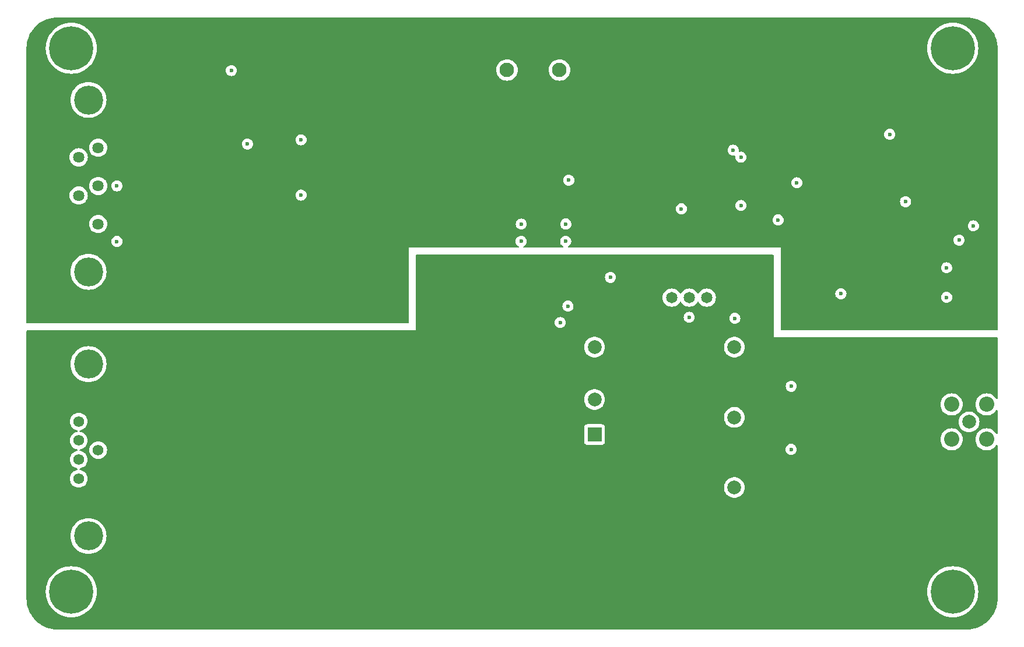
<source format=gbr>
%TF.GenerationSoftware,KiCad,Pcbnew,8.0.6*%
%TF.CreationDate,2025-05-19T10:35:06-04:00*%
%TF.ProjectId,CAEN_NEVIS_DAQ_12V,4341454e-5f4e-4455-9649-535f4441515f,rev?*%
%TF.SameCoordinates,Original*%
%TF.FileFunction,Copper,L5,Inr*%
%TF.FilePolarity,Positive*%
%FSLAX46Y46*%
G04 Gerber Fmt 4.6, Leading zero omitted, Abs format (unit mm)*
G04 Created by KiCad (PCBNEW 8.0.6) date 2025-05-19 10:35:06*
%MOMM*%
%LPD*%
G01*
G04 APERTURE LIST*
%TA.AperFunction,ComponentPad*%
%ADD10C,1.560000*%
%TD*%
%TA.AperFunction,ComponentPad*%
%ADD11C,4.216000*%
%TD*%
%TA.AperFunction,ComponentPad*%
%ADD12C,6.400000*%
%TD*%
%TA.AperFunction,ComponentPad*%
%ADD13C,1.650000*%
%TD*%
%TA.AperFunction,ComponentPad*%
%ADD14C,2.006600*%
%TD*%
%TA.AperFunction,ComponentPad*%
%ADD15C,2.209800*%
%TD*%
%TA.AperFunction,ComponentPad*%
%ADD16R,2.000000X2.000000*%
%TD*%
%TA.AperFunction,ComponentPad*%
%ADD17C,2.000000*%
%TD*%
%TA.AperFunction,ComponentPad*%
%ADD18C,1.635000*%
%TD*%
%TA.AperFunction,ComponentPad*%
%ADD19C,2.100000*%
%TD*%
%TA.AperFunction,ViaPad*%
%ADD20C,0.600000*%
%TD*%
G04 APERTURE END LIST*
D10*
%TO.N,/V_SEC_RTN*%
%TO.C,J1*%
X82920000Y-96870000D03*
X82920000Y-99640000D03*
%TO.N,unconnected-(J1-Pad3)*%
X82920000Y-102410000D03*
%TO.N,/V_SEC_RTN*%
X82920000Y-105180000D03*
X82920000Y-107950000D03*
%TO.N,/V_SEC_IN*%
X80080000Y-98255000D03*
X80080000Y-101025000D03*
X80080000Y-103795000D03*
X80080000Y-106565000D03*
D11*
%TO.N,GNDPWR*%
X81500000Y-89910000D03*
X81500000Y-114910000D03*
%TD*%
D12*
%TO.N,GNDPWR*%
%TO.C,H4*%
X207000000Y-123000000D03*
%TD*%
D13*
%TO.N,Net-(J10-Pad1)*%
%TO.C,J10*%
X166190000Y-80240000D03*
%TO.N,Net-(U1-REMOTE)*%
X168730000Y-80240000D03*
%TO.N,Net-(J10-Pad3)*%
X171270000Y-80240000D03*
%TD*%
D14*
%TO.N,/P12V_OUT_*%
%TO.C,J4*%
X209360000Y-98310000D03*
D15*
%TO.N,/P12V_RTN*%
X211900000Y-95770000D03*
X206820000Y-95770000D03*
X206820000Y-100850000D03*
X211900000Y-100850000D03*
%TD*%
D12*
%TO.N,GNDPWR*%
%TO.C,H3*%
X79000000Y-123000000D03*
%TD*%
D16*
%TO.N,/Main_DCDC_Converter/V_SEC*%
%TO.C,U1*%
X154980000Y-100150000D03*
D17*
%TO.N,Net-(U1--VIN)*%
X154980000Y-95050000D03*
%TO.N,/P12V_OUT*%
X175280000Y-107850000D03*
%TO.N,/Main_DCDC_Converter/TRIM*%
X175280000Y-97650000D03*
%TO.N,/P12V_RTN*%
X175280000Y-87450000D03*
%TO.N,Net-(U1-REMOTE)*%
X154980000Y-87450000D03*
%TD*%
D12*
%TO.N,GNDPWR*%
%TO.C,H1*%
X79000000Y-44000000D03*
%TD*%
%TO.N,GNDPWR*%
%TO.C,H2*%
X207000000Y-44000000D03*
%TD*%
D18*
%TO.N,/TEMP_MON*%
%TO.C,J2*%
X82920000Y-69540000D03*
%TO.N,/V_TELEM_RTN*%
X82920000Y-66770000D03*
%TO.N,/P12V_I_MON*%
X82920000Y-64000000D03*
%TO.N,/V_TELEM_RTN*%
X82920000Y-61230000D03*
%TO.N,/ENABLE-*%
X82920000Y-58460000D03*
%TO.N,/V_TELEM_RTN*%
X80080000Y-68155000D03*
%TO.N,/P12V_V_MON*%
X80080000Y-65385000D03*
%TO.N,/V_TELEM_RTN*%
X80080000Y-62615000D03*
%TO.N,/ENABLE+*%
X80080000Y-59845000D03*
D11*
%TO.N,GNDPWR*%
X81500000Y-51500000D03*
X81500000Y-76500000D03*
%TD*%
D19*
%TO.N,/V_TELEM_IN*%
%TO.C,J3*%
X149890000Y-47150000D03*
%TO.N,/V_TELEM_RTN*%
X146080000Y-47150000D03*
%TO.N,/V_TELEM_IN*%
X142270000Y-47150000D03*
%TD*%
D20*
%TO.N,/Main_DCDC_Converter/V_SEC*%
X149990000Y-83870000D03*
X151120000Y-81490000D03*
%TO.N,/P12V_OUT*%
X183520000Y-102310000D03*
%TO.N,/P12V_RTN*%
X183540000Y-93140000D03*
%TO.N,/V_SEC_RTN*%
X195000000Y-105000000D03*
X125000000Y-105000000D03*
X112500000Y-122500000D03*
X145000000Y-112500000D03*
X197500000Y-102500000D03*
X200000000Y-90000000D03*
X95000000Y-87500000D03*
X135000000Y-120000000D03*
X202500000Y-117500000D03*
X97500000Y-102500000D03*
X102500000Y-120000000D03*
X165000000Y-120000000D03*
X97500000Y-90000000D03*
X137500000Y-115000000D03*
X167500000Y-125000000D03*
X132500000Y-80000000D03*
X180000000Y-75000000D03*
X97500000Y-95000000D03*
X197500000Y-112500000D03*
X95000000Y-115000000D03*
X180000000Y-90000000D03*
X170000000Y-117500000D03*
X100000000Y-102500000D03*
X177500000Y-115000000D03*
X117500000Y-110000000D03*
X197500000Y-107500000D03*
X95000000Y-105000000D03*
X172500000Y-77500000D03*
X142500000Y-115000000D03*
X90000000Y-122500000D03*
X207500000Y-117500000D03*
X135000000Y-80000000D03*
X95000000Y-125000000D03*
X200000000Y-112500000D03*
X112500000Y-110000000D03*
X200000000Y-87500000D03*
X95000000Y-102500000D03*
X87500000Y-97500000D03*
X132500000Y-82500000D03*
X130000000Y-107500000D03*
X135000000Y-117500000D03*
X200000000Y-120000000D03*
X98527500Y-105000000D03*
X160000000Y-122500000D03*
X90000000Y-105000000D03*
X110000000Y-90000000D03*
X182500000Y-87500000D03*
X118830000Y-86880000D03*
X127500000Y-105000000D03*
X105000000Y-125000000D03*
X147500000Y-117500000D03*
X170000000Y-120000000D03*
X155000000Y-122500000D03*
X182500000Y-112500000D03*
X97500000Y-117500000D03*
X87500000Y-102500000D03*
X185000000Y-115000000D03*
X180000000Y-110000000D03*
X202500000Y-110000000D03*
X117500000Y-122500000D03*
X142500000Y-85000000D03*
X87500000Y-112500000D03*
X207500000Y-115000000D03*
X190000000Y-110000000D03*
X180000000Y-80000000D03*
X205000000Y-107500000D03*
X202500000Y-125000000D03*
X120000000Y-112500000D03*
X200000000Y-95000000D03*
X212500000Y-107500000D03*
X192500000Y-115000000D03*
X185000000Y-105000000D03*
X92500000Y-105000000D03*
X185000000Y-90000000D03*
X90000000Y-125000000D03*
X165000000Y-115000000D03*
X107500000Y-87500000D03*
X112500000Y-107500000D03*
X175000000Y-112500000D03*
X197500000Y-125000000D03*
X170000000Y-75000000D03*
X170000000Y-115000000D03*
X175000000Y-117500000D03*
X115000000Y-112500000D03*
X165000000Y-77500000D03*
X95000000Y-110000000D03*
X212500000Y-110000000D03*
X177500000Y-77500000D03*
X120000000Y-107500000D03*
X140000000Y-115000000D03*
X160000000Y-112500000D03*
X195000000Y-92500000D03*
X202500000Y-112500000D03*
X107500000Y-102500000D03*
X210000000Y-105000000D03*
X190000000Y-120000000D03*
X107500000Y-95000000D03*
X147500000Y-110000000D03*
X140000000Y-122500000D03*
X127500000Y-125000000D03*
X115000000Y-122500000D03*
X190000000Y-125000000D03*
X87500000Y-110000000D03*
X210000000Y-110000000D03*
X147500000Y-125000000D03*
X137500000Y-120000000D03*
X112500000Y-125000000D03*
X103950000Y-91210000D03*
X135000000Y-82500000D03*
X112500000Y-112500000D03*
X105000000Y-92500000D03*
X195000000Y-90000000D03*
X195000000Y-102500000D03*
X102500000Y-125000000D03*
X132500000Y-122500000D03*
X90000000Y-90000000D03*
X145000000Y-77500000D03*
X95000000Y-120000000D03*
X145000000Y-120000000D03*
X85000000Y-120000000D03*
X132500000Y-117500000D03*
X105000000Y-112500000D03*
X150000000Y-77500000D03*
X140000000Y-80000000D03*
X92500000Y-117500000D03*
X110000000Y-120000000D03*
X142500000Y-112500000D03*
X180000000Y-92500000D03*
X150000000Y-125000000D03*
X180000000Y-77500000D03*
X107500000Y-122500000D03*
X107500000Y-110000000D03*
X190000000Y-107500000D03*
X137500000Y-122500000D03*
X200000000Y-117500000D03*
X142500000Y-117500000D03*
X192500000Y-95000000D03*
X197500000Y-117500000D03*
X117500000Y-117500000D03*
X155000000Y-115000000D03*
X145000000Y-75000000D03*
X207500000Y-105000000D03*
X150000000Y-75000000D03*
X92500000Y-102500000D03*
X152500000Y-125000000D03*
X152500000Y-120000000D03*
X182500000Y-110000000D03*
X140000000Y-85000000D03*
X115000000Y-115000000D03*
X172500000Y-122500000D03*
X95000000Y-112500000D03*
X145000000Y-85000000D03*
X120000000Y-105000000D03*
X102500000Y-102500000D03*
X100000000Y-90000000D03*
X87500000Y-115000000D03*
X177500000Y-125000000D03*
X103950000Y-89710000D03*
X135000000Y-112500000D03*
X192500000Y-87500000D03*
X172500000Y-115000000D03*
X95000000Y-90000000D03*
X192500000Y-120000000D03*
X102200000Y-88210000D03*
X192500000Y-122500000D03*
X175000000Y-122500000D03*
X195000000Y-125000000D03*
X100027500Y-106500000D03*
X147500000Y-122500000D03*
X190000000Y-115000000D03*
X87500000Y-90000000D03*
X105000000Y-110000000D03*
X147500000Y-82500000D03*
X145000000Y-110000000D03*
X100000000Y-112500000D03*
X115000000Y-105000000D03*
X142500000Y-125000000D03*
X105000000Y-117500000D03*
X122500000Y-107500000D03*
X142500000Y-122500000D03*
X197500000Y-90000000D03*
X122500000Y-110000000D03*
X187500000Y-105000000D03*
X145000000Y-125000000D03*
X162500000Y-75000000D03*
X117500000Y-105000000D03*
X210000000Y-112500000D03*
X205000000Y-105000000D03*
X182500000Y-122500000D03*
X185000000Y-112500000D03*
X95000000Y-117500000D03*
X210000000Y-115000000D03*
X170000000Y-77500000D03*
X147500000Y-112500000D03*
X150000000Y-120000000D03*
X202500000Y-102500000D03*
X165000000Y-117500000D03*
X87500000Y-105000000D03*
X142500000Y-75000000D03*
X117500000Y-125000000D03*
X101527500Y-105000000D03*
X110000000Y-110000000D03*
X147500000Y-120000000D03*
X92500000Y-107500000D03*
X187500000Y-120000000D03*
X212500000Y-105000000D03*
X110000000Y-87500000D03*
X180000000Y-102500000D03*
X170000000Y-122500000D03*
X102500000Y-110000000D03*
X187500000Y-125000000D03*
X92500000Y-92500000D03*
X187500000Y-117500000D03*
X135000000Y-122500000D03*
X105000000Y-95000000D03*
X180000000Y-117500000D03*
X125000000Y-110000000D03*
X100000000Y-120000000D03*
X115000000Y-107500000D03*
X175000000Y-120000000D03*
X90000000Y-92500000D03*
X130000000Y-77500000D03*
X85000000Y-122500000D03*
X202500000Y-92500000D03*
X167500000Y-112500000D03*
X177500000Y-75000000D03*
X182500000Y-117500000D03*
X97500000Y-125000000D03*
X95000000Y-92500000D03*
X112500000Y-115000000D03*
X182500000Y-115000000D03*
X192500000Y-117500000D03*
X140000000Y-112500000D03*
X90000000Y-120000000D03*
X197500000Y-87500000D03*
X130000000Y-87500000D03*
X137500000Y-125000000D03*
X192500000Y-90000000D03*
X192500000Y-107500000D03*
X160000000Y-120000000D03*
X140000000Y-125000000D03*
X160000000Y-80000000D03*
X87500000Y-122500000D03*
X87500000Y-117500000D03*
X92500000Y-97500000D03*
X140000000Y-117500000D03*
X147500000Y-85000000D03*
X192500000Y-105000000D03*
X102200000Y-89710000D03*
X155000000Y-120000000D03*
X202500000Y-120000000D03*
X100000000Y-110000000D03*
X87500000Y-92500000D03*
X167500000Y-75000000D03*
X187500000Y-110000000D03*
X105000000Y-120000000D03*
X127500000Y-110000000D03*
X152500000Y-115000000D03*
X172500000Y-125000000D03*
X132500000Y-110000000D03*
X97500000Y-110000000D03*
X175000000Y-115000000D03*
X100000000Y-125000000D03*
X212500000Y-90000000D03*
X92500000Y-112500000D03*
X92500000Y-100000000D03*
X200000000Y-110000000D03*
X140000000Y-120000000D03*
X97500000Y-87500000D03*
X152500000Y-122500000D03*
X115000000Y-110000000D03*
X177500000Y-117500000D03*
X87500000Y-87500000D03*
X87500000Y-120000000D03*
X122500000Y-125000000D03*
X122500000Y-105000000D03*
X112500000Y-90000000D03*
X167500000Y-77500000D03*
X185000000Y-110000000D03*
X180000000Y-112500000D03*
X125000000Y-112500000D03*
X170000000Y-112500000D03*
X160000000Y-125000000D03*
X157500000Y-117500000D03*
X155000000Y-75000000D03*
X192500000Y-125000000D03*
X175000000Y-75000000D03*
X185000000Y-107500000D03*
X172500000Y-117500000D03*
X160000000Y-75000000D03*
X90000000Y-102500000D03*
X127500000Y-112500000D03*
X210000000Y-107500000D03*
X130000000Y-112500000D03*
X162500000Y-125000000D03*
X157500000Y-75000000D03*
X155000000Y-117500000D03*
X200000000Y-107500000D03*
X100000000Y-117500000D03*
X165000000Y-112500000D03*
X182500000Y-125000000D03*
X122500000Y-112500000D03*
X102500000Y-122500000D03*
X142500000Y-77500000D03*
X137500000Y-117500000D03*
X125000000Y-87500000D03*
X90000000Y-117500000D03*
X205000000Y-112500000D03*
X101527500Y-106500000D03*
X170000000Y-82500000D03*
X140000000Y-77500000D03*
X165000000Y-75000000D03*
X172500000Y-75000000D03*
X110000000Y-95000000D03*
X190000000Y-122500000D03*
X92500000Y-110000000D03*
X152500000Y-75000000D03*
X202500000Y-115000000D03*
X202500000Y-90000000D03*
X92500000Y-125000000D03*
X115000000Y-87500000D03*
X157500000Y-125000000D03*
X159260000Y-82110000D03*
X160000000Y-115000000D03*
X98527500Y-106500000D03*
X167500000Y-122500000D03*
X207500000Y-112500000D03*
X107500000Y-120000000D03*
X180000000Y-120000000D03*
X132500000Y-115000000D03*
X130000000Y-125000000D03*
X127500000Y-107500000D03*
X122500000Y-87500000D03*
X185000000Y-117500000D03*
X100027500Y-105000000D03*
X202500000Y-87500000D03*
X135000000Y-110000000D03*
X190000000Y-90000000D03*
X187500000Y-112500000D03*
X117500000Y-115000000D03*
X180000000Y-115000000D03*
X165000000Y-122500000D03*
X87500000Y-100000000D03*
X155000000Y-112500000D03*
X100000000Y-95000000D03*
X190000000Y-105000000D03*
X145000000Y-117500000D03*
X105000000Y-115000000D03*
X125000000Y-107500000D03*
X192500000Y-112500000D03*
X195000000Y-112500000D03*
X177500000Y-120000000D03*
X197500000Y-105000000D03*
X175000000Y-125000000D03*
X142500000Y-120000000D03*
X92500000Y-87500000D03*
X130000000Y-105000000D03*
X97500000Y-122500000D03*
X172500000Y-112500000D03*
X117500000Y-120000000D03*
X150000000Y-112500000D03*
X212500000Y-117500000D03*
X97500000Y-112500000D03*
X155000000Y-125000000D03*
X132500000Y-120000000D03*
X152500000Y-112500000D03*
X135000000Y-75000000D03*
X195000000Y-115000000D03*
X157500000Y-122500000D03*
X132500000Y-125000000D03*
X100000000Y-87500000D03*
X110000000Y-112500000D03*
X180000000Y-122500000D03*
X95000000Y-107500000D03*
X110000000Y-122500000D03*
X102500000Y-117500000D03*
X190000000Y-87500000D03*
X157500000Y-112500000D03*
X195000000Y-87500000D03*
X110000000Y-117500000D03*
X172500000Y-120000000D03*
X112500000Y-117500000D03*
X115000000Y-120000000D03*
X170000000Y-125000000D03*
X185000000Y-122500000D03*
X102500000Y-112500000D03*
X200000000Y-102500000D03*
X197500000Y-120000000D03*
X145000000Y-80000000D03*
X187500000Y-90000000D03*
X102500000Y-115000000D03*
X172500000Y-82500000D03*
X103950000Y-88210000D03*
X100000000Y-115000000D03*
X140000000Y-110000000D03*
X190000000Y-112500000D03*
X180000000Y-105000000D03*
X87500000Y-107500000D03*
X130000000Y-110000000D03*
X200000000Y-115000000D03*
X97500000Y-120000000D03*
X107500000Y-92500000D03*
X117500000Y-112500000D03*
X137500000Y-110000000D03*
X205000000Y-110000000D03*
X112500000Y-105000000D03*
X200000000Y-125000000D03*
X107500000Y-112500000D03*
X100000000Y-122500000D03*
X117500000Y-107500000D03*
X162500000Y-112500000D03*
X160000000Y-117500000D03*
X135000000Y-115000000D03*
X95000000Y-122500000D03*
X205000000Y-117500000D03*
X195000000Y-107500000D03*
X102500000Y-92500000D03*
X190000000Y-117500000D03*
X212500000Y-112500000D03*
X145000000Y-122500000D03*
X210000000Y-117500000D03*
X175000000Y-77500000D03*
X197500000Y-110000000D03*
X146670000Y-79410000D03*
X127500000Y-87500000D03*
X102200000Y-91210000D03*
X212500000Y-87500000D03*
X97500000Y-92500000D03*
X110000000Y-125000000D03*
X92500000Y-120000000D03*
X187500000Y-115000000D03*
X92500000Y-95000000D03*
X145000000Y-115000000D03*
X202500000Y-107500000D03*
X200000000Y-122500000D03*
X202500000Y-95000000D03*
X90000000Y-107500000D03*
X116930000Y-86880000D03*
X197500000Y-92500000D03*
X162500000Y-117500000D03*
X112500000Y-102500000D03*
X105000000Y-102500000D03*
X207500000Y-110000000D03*
X150000000Y-110000000D03*
X90000000Y-112500000D03*
X137500000Y-82500000D03*
X142500000Y-110000000D03*
X177500000Y-122500000D03*
X162500000Y-77500000D03*
X112500000Y-87500000D03*
X157500000Y-115000000D03*
X212500000Y-115000000D03*
X137500000Y-80000000D03*
X205000000Y-115000000D03*
X137500000Y-112500000D03*
X130000000Y-82500000D03*
X132500000Y-112500000D03*
X92500000Y-90000000D03*
X212500000Y-92500000D03*
X130000000Y-75000000D03*
X180000000Y-82500000D03*
X107500000Y-125000000D03*
X90000000Y-95000000D03*
X90000000Y-115000000D03*
X112500000Y-92500000D03*
X195000000Y-120000000D03*
X182500000Y-120000000D03*
X150000000Y-115000000D03*
X162500000Y-120000000D03*
X185000000Y-120000000D03*
X135000000Y-125000000D03*
X202500000Y-122500000D03*
X107500000Y-117500000D03*
X97500000Y-115000000D03*
X197500000Y-115000000D03*
X130000000Y-80000000D03*
X115000000Y-125000000D03*
X100000000Y-92500000D03*
X120000000Y-110000000D03*
X142500000Y-80000000D03*
X115000000Y-117500000D03*
X162500000Y-122500000D03*
X125000000Y-125000000D03*
X90000000Y-87500000D03*
X120000000Y-125000000D03*
X207500000Y-107500000D03*
X187500000Y-87500000D03*
X180000000Y-125000000D03*
X145000000Y-82500000D03*
X110000000Y-115000000D03*
X180000000Y-100000000D03*
X167500000Y-120000000D03*
X132500000Y-75000000D03*
X192500000Y-102500000D03*
X165000000Y-125000000D03*
X140000000Y-82500000D03*
X195000000Y-110000000D03*
X92500000Y-122500000D03*
X92500000Y-115000000D03*
X90000000Y-100000000D03*
X112500000Y-120000000D03*
X137500000Y-75000000D03*
X150000000Y-122500000D03*
X187500000Y-122500000D03*
X187500000Y-107500000D03*
X135000000Y-77500000D03*
X90000000Y-110000000D03*
X162500000Y-115000000D03*
X185000000Y-87500000D03*
X197500000Y-122500000D03*
X107500000Y-115000000D03*
X195000000Y-117500000D03*
X137500000Y-77500000D03*
X102500000Y-95000000D03*
X105000000Y-122500000D03*
X178380000Y-80220000D03*
X167500000Y-117500000D03*
X167500000Y-115000000D03*
X87500000Y-125000000D03*
X185000000Y-125000000D03*
X202500000Y-105000000D03*
X140000000Y-75000000D03*
X150000000Y-117500000D03*
X147500000Y-115000000D03*
X157500000Y-120000000D03*
X177500000Y-112500000D03*
X132500000Y-77500000D03*
X200000000Y-105000000D03*
X85000000Y-125000000D03*
X152500000Y-117500000D03*
X142500000Y-82500000D03*
X192500000Y-110000000D03*
X95000000Y-95000000D03*
X195000000Y-122500000D03*
%TO.N,GNDPWR*%
X175355000Y-83250000D03*
%TO.N,/V_TELEM_RTN*%
X116930000Y-82030000D03*
X115000000Y-77500000D03*
X160000000Y-65000000D03*
X145000000Y-52500000D03*
X180000000Y-52500000D03*
X87500000Y-52500000D03*
X95000000Y-82500000D03*
X92500000Y-80000000D03*
X87500000Y-45000000D03*
X212500000Y-82500000D03*
X202500000Y-50000000D03*
X137500000Y-55000000D03*
X192500000Y-50000000D03*
X175000000Y-50000000D03*
X90000000Y-42500000D03*
X155000000Y-45000000D03*
X157500000Y-55000000D03*
X112500000Y-42500000D03*
X132500000Y-47500000D03*
X105000000Y-62500000D03*
X190000000Y-50000000D03*
X187500000Y-50000000D03*
X125000000Y-45000000D03*
X207500000Y-52500000D03*
X130000000Y-60000000D03*
X120000000Y-52500000D03*
X122500000Y-75000000D03*
X95000000Y-75000000D03*
X180000000Y-55000000D03*
X110000000Y-67500000D03*
X202500000Y-42500000D03*
X162500000Y-47500000D03*
X212500000Y-47500000D03*
X202471400Y-55012500D03*
X137500000Y-62500000D03*
X185000000Y-50000000D03*
X137500000Y-65000000D03*
X167500000Y-47500000D03*
X100000000Y-50000000D03*
X135000000Y-47500000D03*
X105000000Y-82500000D03*
X207500000Y-60000000D03*
X200000000Y-77500000D03*
X147500000Y-52500000D03*
X155000000Y-47500000D03*
X165906200Y-63115000D03*
X122500000Y-82500000D03*
X195000000Y-52500000D03*
X118840000Y-82040000D03*
X100000000Y-67500000D03*
X167500000Y-42500000D03*
X125000000Y-52500000D03*
X157500000Y-52500000D03*
X117500000Y-65000000D03*
X212500000Y-67500000D03*
X175000000Y-52500000D03*
X210000000Y-65000000D03*
X120000000Y-67500000D03*
X205000000Y-50000000D03*
X197500000Y-42500000D03*
X160000000Y-42500000D03*
X197500000Y-47500000D03*
X100000000Y-62500000D03*
X127500000Y-55000000D03*
X97500000Y-75000000D03*
X140000000Y-67500000D03*
X205000000Y-65000000D03*
X102500000Y-77500000D03*
X166926200Y-55545000D03*
X90000000Y-75000000D03*
X87500000Y-67500000D03*
X117500000Y-50000000D03*
X90000000Y-80000000D03*
X200420000Y-81240000D03*
X191450000Y-75370000D03*
X212500000Y-77500000D03*
X137500000Y-50000000D03*
X95000000Y-67500000D03*
X160000000Y-60000000D03*
X200000000Y-75000000D03*
X187500000Y-60000000D03*
X170000000Y-45000000D03*
X197500000Y-77500000D03*
X80000000Y-82500000D03*
X115000000Y-65000000D03*
X162500000Y-42500000D03*
X210000000Y-62500000D03*
X205000000Y-67500000D03*
X192500000Y-47500000D03*
X187500000Y-62500000D03*
X117500000Y-80000000D03*
X110000000Y-75000000D03*
X190000000Y-52500000D03*
X205000000Y-55000000D03*
X192500000Y-72500000D03*
X155000000Y-62500000D03*
X110000000Y-45000000D03*
X178210000Y-58800000D03*
X155000000Y-52500000D03*
X102500000Y-82500000D03*
X182500000Y-42500000D03*
X182500000Y-45000000D03*
X177500000Y-47500000D03*
X97500000Y-60000000D03*
X157500000Y-60000000D03*
X122500000Y-55000000D03*
X207500000Y-57500000D03*
X127500000Y-45000000D03*
X210000000Y-52500000D03*
X190000000Y-57500000D03*
X212500000Y-65000000D03*
X135000000Y-45000000D03*
X120000000Y-45000000D03*
X145000000Y-55000000D03*
X205000000Y-60000000D03*
X135000000Y-50000000D03*
X112500000Y-50000000D03*
X120000000Y-50000000D03*
X135000000Y-67500000D03*
X95000000Y-57500000D03*
X162500000Y-62500000D03*
X167500000Y-45000000D03*
X182500000Y-52500000D03*
X120000000Y-47500000D03*
X197500000Y-50000000D03*
X97500000Y-47500000D03*
X115000000Y-45000000D03*
X200000000Y-42500000D03*
X185000000Y-60000000D03*
X210000000Y-67500000D03*
X190000000Y-47500000D03*
X125000000Y-55000000D03*
X165000000Y-47500000D03*
X112500000Y-77500000D03*
X165000000Y-45000000D03*
X95000000Y-55000000D03*
X110000000Y-82500000D03*
X172500000Y-50000000D03*
X190000000Y-72500000D03*
X182500000Y-50000000D03*
X187500000Y-65000000D03*
X92500000Y-67500000D03*
X85000000Y-42500000D03*
X95000000Y-52500000D03*
X85000000Y-82500000D03*
X160000000Y-62500000D03*
X90000000Y-55000000D03*
X102500000Y-80000000D03*
X175000000Y-45000000D03*
X142500000Y-52500000D03*
X112500000Y-45000000D03*
X207500000Y-65000000D03*
X100000000Y-60000000D03*
X152500000Y-55000000D03*
X130000000Y-45000000D03*
X175000000Y-42500000D03*
X105000000Y-45000000D03*
X97500000Y-50000000D03*
X97500000Y-77500000D03*
X140000000Y-52500000D03*
X212500000Y-72500000D03*
X107500000Y-75000000D03*
X182500000Y-57500000D03*
X82500000Y-82500000D03*
X135000000Y-42500000D03*
X181490000Y-66370000D03*
X115000000Y-75000000D03*
X180000000Y-47500000D03*
X125000000Y-47500000D03*
X100000000Y-42500000D03*
X87500000Y-50000000D03*
X120000000Y-55000000D03*
X115000000Y-50000000D03*
X130000000Y-67500000D03*
X92500000Y-47500000D03*
X165000000Y-50000000D03*
X125000000Y-77500000D03*
X100000000Y-52500000D03*
X192500000Y-77500000D03*
X200000000Y-45000000D03*
X190000000Y-55000000D03*
X160000000Y-55000000D03*
X190750000Y-82800000D03*
X195000000Y-45000000D03*
X132500000Y-62500000D03*
X95000000Y-62500000D03*
X205000000Y-57500000D03*
X100000000Y-45000000D03*
X87500000Y-80000000D03*
X212500000Y-75000000D03*
X165000000Y-42500000D03*
X157500000Y-67500000D03*
X157500000Y-65000000D03*
X180000000Y-45000000D03*
X130000000Y-42500000D03*
X202500000Y-47500000D03*
X185000000Y-47500000D03*
X112500000Y-75000000D03*
X97500000Y-82500000D03*
X155000000Y-50000000D03*
X195000000Y-42500000D03*
X102500000Y-45000000D03*
X130000000Y-50000000D03*
X122500000Y-67500000D03*
X97500000Y-55000000D03*
X205000000Y-52500000D03*
X212500000Y-45000000D03*
X182500000Y-55000000D03*
X92500000Y-52500000D03*
X142500000Y-65000000D03*
X117500000Y-67500000D03*
X202500000Y-57500000D03*
X185000000Y-45000000D03*
X170000000Y-47500000D03*
X75000000Y-82500000D03*
X172500000Y-52500000D03*
X117500000Y-60000000D03*
X110000000Y-62500000D03*
X135000000Y-52500000D03*
X195000000Y-72500000D03*
X90000000Y-45000000D03*
X117500000Y-75000000D03*
X100000000Y-75000000D03*
X92500000Y-42500000D03*
X160000000Y-52500000D03*
X122500000Y-65000000D03*
X187500000Y-45000000D03*
X111068500Y-55000000D03*
X140000000Y-62500000D03*
X122500000Y-45000000D03*
X127500000Y-65000000D03*
X122500000Y-42500000D03*
X207500000Y-62500000D03*
X155000000Y-42500000D03*
X167500000Y-52500000D03*
X212500000Y-52500000D03*
X197500000Y-75000000D03*
X100000000Y-80000000D03*
X177500000Y-45000000D03*
X125000000Y-80000000D03*
X97500000Y-67500000D03*
X157500000Y-47500000D03*
X100000000Y-77500000D03*
X112500000Y-67500000D03*
X110000000Y-80000000D03*
X177500000Y-55000000D03*
X197500000Y-45000000D03*
X107500000Y-62500000D03*
X102500000Y-67500000D03*
X87500000Y-47500000D03*
X210000000Y-50000000D03*
X170000000Y-52500000D03*
X117500000Y-47500000D03*
X187500000Y-55000000D03*
X132500000Y-65000000D03*
X170000000Y-50000000D03*
X165000000Y-52500000D03*
X195000000Y-47500000D03*
X100000000Y-82500000D03*
X77500000Y-82500000D03*
X122500000Y-60000000D03*
X110000000Y-77500000D03*
X92500000Y-55000000D03*
X100000000Y-47500000D03*
X115000000Y-42500000D03*
X210000000Y-55000000D03*
X127500000Y-52500000D03*
X95000000Y-50000000D03*
X212500000Y-57500000D03*
X167500000Y-50000000D03*
X125000000Y-75000000D03*
X172500000Y-45000000D03*
X135000000Y-55000000D03*
X135000000Y-65000000D03*
X132500000Y-52500000D03*
X95000000Y-42500000D03*
X107500000Y-82500000D03*
X95000000Y-45000000D03*
X87500000Y-55000000D03*
X193731400Y-67562500D03*
X192500000Y-45000000D03*
X117500000Y-45000000D03*
X122500000Y-80000000D03*
X125000000Y-67500000D03*
X127500000Y-50000000D03*
X155000000Y-55000000D03*
X155000000Y-65000000D03*
X115000000Y-47500000D03*
X212500000Y-55000000D03*
X170000000Y-55000000D03*
X144620000Y-62840000D03*
X107500000Y-80000000D03*
X115000000Y-55000000D03*
X160000000Y-47500000D03*
X212500000Y-60000000D03*
X105000000Y-67500000D03*
X105000000Y-77500000D03*
X117500000Y-55000000D03*
X162500000Y-50000000D03*
X212500000Y-50000000D03*
X109220000Y-59540000D03*
X102500000Y-42500000D03*
X125000000Y-82500000D03*
X87500000Y-75000000D03*
X207500000Y-67500000D03*
X107500000Y-67500000D03*
X122500000Y-47500000D03*
X95000000Y-80000000D03*
X162500000Y-52500000D03*
X185000000Y-57500000D03*
X212500000Y-70000000D03*
X200000000Y-50000000D03*
X115000000Y-82500000D03*
X137500000Y-52500000D03*
X125000000Y-50000000D03*
X97500000Y-42500000D03*
X172500000Y-42500000D03*
X192500000Y-55000000D03*
X115000000Y-60000000D03*
X120000000Y-75000000D03*
X152500000Y-62500000D03*
X102500000Y-75000000D03*
X195000000Y-75000000D03*
X187500000Y-70000000D03*
X92500000Y-50000000D03*
X202500000Y-65000000D03*
X177500000Y-50000000D03*
X95000000Y-77500000D03*
X180000000Y-42500000D03*
X90000000Y-52500000D03*
X175000000Y-55000000D03*
X192500000Y-52500000D03*
X157500000Y-45000000D03*
X125000000Y-65000000D03*
X90000000Y-82500000D03*
X117500000Y-42500000D03*
X130000000Y-55000000D03*
X115000000Y-80000000D03*
X132500000Y-45000000D03*
X170000000Y-42500000D03*
X192500000Y-57500000D03*
X92500000Y-77500000D03*
X212500000Y-80000000D03*
X125000000Y-42500000D03*
X192500000Y-42500000D03*
X187500000Y-42500000D03*
X187500000Y-47500000D03*
X190671400Y-59752500D03*
X127500000Y-42500000D03*
X90000000Y-77500000D03*
X105000000Y-80000000D03*
X97500000Y-80000000D03*
X162500000Y-55000000D03*
X187500000Y-52500000D03*
X157500000Y-42500000D03*
X132500000Y-42500000D03*
X95000000Y-60000000D03*
X132500000Y-55000000D03*
X90550000Y-56500000D03*
X162500000Y-45000000D03*
X150000000Y-55000000D03*
X162500000Y-65000000D03*
X155000000Y-60000000D03*
X163210000Y-67340000D03*
X190000000Y-45000000D03*
X200000000Y-72500000D03*
X190000000Y-42500000D03*
X102500000Y-62500000D03*
X190000000Y-65000000D03*
X107500000Y-45000000D03*
X130000000Y-52500000D03*
X212500000Y-62500000D03*
X120000000Y-42500000D03*
X195000000Y-77500000D03*
X185000000Y-52500000D03*
X172500000Y-47500000D03*
X177500000Y-52500000D03*
X157500000Y-62500000D03*
X97500000Y-62500000D03*
X207500000Y-55000000D03*
X127500000Y-67500000D03*
X195000000Y-55000000D03*
X180000000Y-57500000D03*
X177500000Y-42500000D03*
X137500000Y-42500000D03*
X120000000Y-60000000D03*
X130000000Y-65000000D03*
X137500000Y-45000000D03*
X185000000Y-55000000D03*
X157500000Y-50000000D03*
X85000000Y-45000000D03*
X155000000Y-67500000D03*
X142500000Y-55000000D03*
X182500000Y-60000000D03*
X202500000Y-67500000D03*
X92500000Y-82500000D03*
X187500000Y-57500000D03*
X97500000Y-52500000D03*
X132500000Y-67500000D03*
X160000000Y-45000000D03*
X122500000Y-52500000D03*
X210000000Y-57500000D03*
X175510000Y-69570000D03*
X105000000Y-75000000D03*
X152500000Y-52500000D03*
X207500000Y-50000000D03*
X210000000Y-60000000D03*
X150000000Y-52500000D03*
X160000000Y-50000000D03*
X97500000Y-45000000D03*
X92500000Y-75000000D03*
X107500000Y-77500000D03*
X190000000Y-70000000D03*
X107500000Y-42500000D03*
X200000000Y-47500000D03*
X140000000Y-65000000D03*
X115000000Y-52500000D03*
X132500000Y-50000000D03*
X202500000Y-62500000D03*
X172500000Y-55000000D03*
X137500000Y-67500000D03*
X130000000Y-47500000D03*
X202500000Y-60000000D03*
X197500000Y-72500000D03*
X195000000Y-50000000D03*
X105000000Y-42500000D03*
X90000000Y-50000000D03*
X117500000Y-77500000D03*
X92500000Y-45000000D03*
X120000000Y-80000000D03*
X185000000Y-42500000D03*
X127500000Y-47500000D03*
X140000000Y-55000000D03*
X180000000Y-50000000D03*
X112500000Y-82500000D03*
X120000000Y-77500000D03*
X137500000Y-47500000D03*
X108598500Y-46660000D03*
X112500000Y-47500000D03*
X182500000Y-47500000D03*
X195000000Y-57500000D03*
X90000000Y-47500000D03*
X100000000Y-55000000D03*
X122500000Y-77500000D03*
X87500000Y-77500000D03*
X120000000Y-65000000D03*
X202500000Y-45000000D03*
X147500000Y-55000000D03*
X115000000Y-67500000D03*
X127500000Y-60000000D03*
X85000000Y-47500000D03*
X135000000Y-62500000D03*
X205000000Y-62500000D03*
X87500000Y-42500000D03*
X112500000Y-80000000D03*
X90000000Y-67500000D03*
X100000000Y-57500000D03*
X87500000Y-82500000D03*
X175000000Y-47500000D03*
X95000000Y-47500000D03*
X117500000Y-52500000D03*
X160000000Y-67500000D03*
X122500000Y-50000000D03*
X125000000Y-60000000D03*
X97500000Y-57500000D03*
X152500000Y-60000000D03*
X110000000Y-42500000D03*
%TO.N,/V_TELEM_IN*%
X151230000Y-63170000D03*
X207910000Y-71880000D03*
X102248500Y-47230000D03*
X200141400Y-66290000D03*
X181640000Y-68960000D03*
%TO.N,/Enable_Block/3p3V*%
X104588500Y-57910000D03*
%TO.N,/Telemetry_Schematic/3p3V*%
X197830000Y-56502500D03*
X190750000Y-79680000D03*
X175120000Y-58810000D03*
%TO.N,Net-(U6B-B_OUT)*%
X176230000Y-59830000D03*
X176230000Y-66850000D03*
%TO.N,/P12V_OUT_*%
X210000000Y-69810000D03*
X167590000Y-67330000D03*
%TO.N,Net-(J10-Pad1)*%
X157290000Y-77300000D03*
%TO.N,Net-(U1-REMOTE)*%
X168720000Y-83110000D03*
%TO.N,/P12V_I_MON*%
X150790000Y-72060000D03*
X85630000Y-64000000D03*
X144320000Y-72060000D03*
X85630000Y-72070000D03*
%TO.N,/P12V_V_MON*%
X112370000Y-65340000D03*
X112370000Y-57300000D03*
%TO.N,/Telemetry_Schematic/TEMP*%
X184354579Y-63542511D03*
%TO.N,/TEMP_MON*%
X150820000Y-69550000D03*
X144340000Y-69560000D03*
%TO.N,Net-(LED1-Pad2)*%
X206100000Y-75910000D03*
%TO.N,Net-(LED1-Pad1)*%
X206100000Y-80200000D03*
%TD*%
%TA.AperFunction,Conductor*%
%TO.N,/V_TELEM_RTN*%
G36*
X209002702Y-39500617D02*
G01*
X209386771Y-39517386D01*
X209397506Y-39518326D01*
X209775971Y-39568152D01*
X209786597Y-39570025D01*
X210159284Y-39652648D01*
X210169710Y-39655442D01*
X210533765Y-39770227D01*
X210543911Y-39773920D01*
X210896578Y-39920000D01*
X210906369Y-39924566D01*
X211244942Y-40100816D01*
X211254309Y-40106223D01*
X211549722Y-40294422D01*
X211576244Y-40311318D01*
X211585105Y-40317523D01*
X211887930Y-40549889D01*
X211896217Y-40556843D01*
X212177635Y-40814715D01*
X212185284Y-40822364D01*
X212443156Y-41103782D01*
X212450110Y-41112069D01*
X212682476Y-41414894D01*
X212688681Y-41423755D01*
X212893775Y-41745689D01*
X212899183Y-41755057D01*
X213075430Y-42093623D01*
X213080002Y-42103427D01*
X213226075Y-42456078D01*
X213229775Y-42466244D01*
X213344554Y-42830278D01*
X213347354Y-42840727D01*
X213429971Y-43213389D01*
X213431849Y-43224042D01*
X213481671Y-43602473D01*
X213482614Y-43613249D01*
X213499382Y-43997297D01*
X213499500Y-44002706D01*
X213499500Y-84876000D01*
X213479815Y-84943039D01*
X213427011Y-84988794D01*
X213375500Y-85000000D01*
X182124000Y-85000000D01*
X182056961Y-84980315D01*
X182011206Y-84927511D01*
X182000000Y-84876000D01*
X182000000Y-79679996D01*
X189944435Y-79679996D01*
X189944435Y-79680003D01*
X189964630Y-79859249D01*
X189964631Y-79859254D01*
X190024211Y-80029523D01*
X190090983Y-80135789D01*
X190120184Y-80182262D01*
X190247738Y-80309816D01*
X190400478Y-80405789D01*
X190570745Y-80465368D01*
X190570750Y-80465369D01*
X190749996Y-80485565D01*
X190750000Y-80485565D01*
X190750004Y-80485565D01*
X190929249Y-80465369D01*
X190929252Y-80465368D01*
X190929255Y-80465368D01*
X191099522Y-80405789D01*
X191252262Y-80309816D01*
X191362082Y-80199996D01*
X205294435Y-80199996D01*
X205294435Y-80200003D01*
X205314630Y-80379249D01*
X205314631Y-80379254D01*
X205374211Y-80549523D01*
X205465671Y-80695079D01*
X205470184Y-80702262D01*
X205597738Y-80829816D01*
X205750478Y-80925789D01*
X205807635Y-80945789D01*
X205920745Y-80985368D01*
X205920750Y-80985369D01*
X206099996Y-81005565D01*
X206100000Y-81005565D01*
X206100004Y-81005565D01*
X206279249Y-80985369D01*
X206279252Y-80985368D01*
X206279255Y-80985368D01*
X206449522Y-80925789D01*
X206602262Y-80829816D01*
X206729816Y-80702262D01*
X206825789Y-80549522D01*
X206885368Y-80379255D01*
X206903312Y-80220000D01*
X206905565Y-80200003D01*
X206905565Y-80199996D01*
X206885369Y-80020750D01*
X206885368Y-80020745D01*
X206825788Y-79850476D01*
X206729815Y-79697737D01*
X206602262Y-79570184D01*
X206449523Y-79474211D01*
X206279254Y-79414631D01*
X206279249Y-79414630D01*
X206100004Y-79394435D01*
X206099996Y-79394435D01*
X205920750Y-79414630D01*
X205920745Y-79414631D01*
X205750476Y-79474211D01*
X205597737Y-79570184D01*
X205470184Y-79697737D01*
X205374211Y-79850476D01*
X205314631Y-80020745D01*
X205314630Y-80020750D01*
X205294435Y-80199996D01*
X191362082Y-80199996D01*
X191379816Y-80182262D01*
X191475789Y-80029522D01*
X191535368Y-79859255D01*
X191539707Y-79820745D01*
X191555565Y-79680003D01*
X191555565Y-79679996D01*
X191535369Y-79500750D01*
X191535368Y-79500745D01*
X191503615Y-79410000D01*
X191475789Y-79330478D01*
X191379816Y-79177738D01*
X191252262Y-79050184D01*
X191155971Y-78989680D01*
X191099523Y-78954211D01*
X190929254Y-78894631D01*
X190929249Y-78894630D01*
X190750004Y-78874435D01*
X190749996Y-78874435D01*
X190570750Y-78894630D01*
X190570745Y-78894631D01*
X190400476Y-78954211D01*
X190247737Y-79050184D01*
X190120184Y-79177737D01*
X190024211Y-79330476D01*
X189964631Y-79500745D01*
X189964630Y-79500750D01*
X189944435Y-79679996D01*
X182000000Y-79679996D01*
X182000000Y-75909996D01*
X205294435Y-75909996D01*
X205294435Y-75910003D01*
X205314630Y-76089249D01*
X205314631Y-76089254D01*
X205374211Y-76259523D01*
X205470184Y-76412262D01*
X205597738Y-76539816D01*
X205750478Y-76635789D01*
X205918079Y-76694435D01*
X205920745Y-76695368D01*
X205920750Y-76695369D01*
X206099996Y-76715565D01*
X206100000Y-76715565D01*
X206100004Y-76715565D01*
X206279249Y-76695369D01*
X206279252Y-76695368D01*
X206279255Y-76695368D01*
X206449522Y-76635789D01*
X206602262Y-76539816D01*
X206729816Y-76412262D01*
X206825789Y-76259522D01*
X206885368Y-76089255D01*
X206905565Y-75910000D01*
X206893798Y-75805565D01*
X206885369Y-75730750D01*
X206885368Y-75730745D01*
X206850051Y-75629816D01*
X206825789Y-75560478D01*
X206729816Y-75407738D01*
X206602262Y-75280184D01*
X206449523Y-75184211D01*
X206279254Y-75124631D01*
X206279249Y-75124630D01*
X206100004Y-75104435D01*
X206099996Y-75104435D01*
X205920750Y-75124630D01*
X205920745Y-75124631D01*
X205750476Y-75184211D01*
X205597737Y-75280184D01*
X205470184Y-75407737D01*
X205374211Y-75560476D01*
X205314631Y-75730745D01*
X205314630Y-75730750D01*
X205294435Y-75909996D01*
X182000000Y-75909996D01*
X182000000Y-73000000D01*
X151229021Y-73000000D01*
X151161982Y-72980315D01*
X151116227Y-72927511D01*
X151106283Y-72858353D01*
X151135308Y-72794797D01*
X151163049Y-72771006D01*
X151164181Y-72770294D01*
X151292262Y-72689816D01*
X151419816Y-72562262D01*
X151515789Y-72409522D01*
X151575368Y-72239255D01*
X151594438Y-72070003D01*
X151595565Y-72060003D01*
X151595565Y-72059996D01*
X151575369Y-71880750D01*
X151575368Y-71880745D01*
X151575106Y-71879996D01*
X207104435Y-71879996D01*
X207104435Y-71880003D01*
X207124630Y-72059249D01*
X207124631Y-72059254D01*
X207184211Y-72229523D01*
X207196606Y-72249249D01*
X207280184Y-72382262D01*
X207407738Y-72509816D01*
X207560478Y-72605789D01*
X207730745Y-72665368D01*
X207730750Y-72665369D01*
X207909996Y-72685565D01*
X207910000Y-72685565D01*
X207910004Y-72685565D01*
X208089249Y-72665369D01*
X208089252Y-72665368D01*
X208089255Y-72665368D01*
X208259522Y-72605789D01*
X208412262Y-72509816D01*
X208539816Y-72382262D01*
X208635789Y-72229522D01*
X208695368Y-72059255D01*
X208714354Y-71890750D01*
X208715565Y-71880003D01*
X208715565Y-71879996D01*
X208695369Y-71700750D01*
X208695368Y-71700745D01*
X208648826Y-71567737D01*
X208635789Y-71530478D01*
X208539816Y-71377738D01*
X208412262Y-71250184D01*
X208259523Y-71154211D01*
X208089254Y-71094631D01*
X208089249Y-71094630D01*
X207910004Y-71074435D01*
X207909996Y-71074435D01*
X207730750Y-71094630D01*
X207730745Y-71094631D01*
X207560476Y-71154211D01*
X207407737Y-71250184D01*
X207280184Y-71377737D01*
X207184211Y-71530476D01*
X207124631Y-71700745D01*
X207124630Y-71700750D01*
X207104435Y-71879996D01*
X151575106Y-71879996D01*
X151515788Y-71710476D01*
X151426099Y-71567738D01*
X151419816Y-71557738D01*
X151292262Y-71430184D01*
X151208795Y-71377738D01*
X151139523Y-71334211D01*
X150969254Y-71274631D01*
X150969249Y-71274630D01*
X150790004Y-71254435D01*
X150789996Y-71254435D01*
X150610750Y-71274630D01*
X150610745Y-71274631D01*
X150440476Y-71334211D01*
X150287737Y-71430184D01*
X150160184Y-71557737D01*
X150064211Y-71710476D01*
X150004631Y-71880745D01*
X150004630Y-71880750D01*
X149984435Y-72059996D01*
X149984435Y-72060003D01*
X150004630Y-72239249D01*
X150004631Y-72239254D01*
X150064211Y-72409523D01*
X150127229Y-72509815D01*
X150160184Y-72562262D01*
X150287738Y-72689816D01*
X150303653Y-72699816D01*
X150416951Y-72771006D01*
X150463242Y-72823341D01*
X150473890Y-72892394D01*
X150445515Y-72956243D01*
X150387125Y-72994615D01*
X150350979Y-73000000D01*
X144759021Y-73000000D01*
X144691982Y-72980315D01*
X144646227Y-72927511D01*
X144636283Y-72858353D01*
X144665308Y-72794797D01*
X144693049Y-72771006D01*
X144694181Y-72770294D01*
X144822262Y-72689816D01*
X144949816Y-72562262D01*
X145045789Y-72409522D01*
X145105368Y-72239255D01*
X145124438Y-72070003D01*
X145125565Y-72060003D01*
X145125565Y-72059996D01*
X145105369Y-71880750D01*
X145105368Y-71880745D01*
X145045788Y-71710476D01*
X144956099Y-71567738D01*
X144949816Y-71557738D01*
X144822262Y-71430184D01*
X144738795Y-71377738D01*
X144669523Y-71334211D01*
X144499254Y-71274631D01*
X144499249Y-71274630D01*
X144320004Y-71254435D01*
X144319996Y-71254435D01*
X144140750Y-71274630D01*
X144140745Y-71274631D01*
X143970476Y-71334211D01*
X143817737Y-71430184D01*
X143690184Y-71557737D01*
X143594211Y-71710476D01*
X143534631Y-71880745D01*
X143534630Y-71880750D01*
X143514435Y-72059996D01*
X143514435Y-72060003D01*
X143534630Y-72239249D01*
X143534631Y-72239254D01*
X143594211Y-72409523D01*
X143657229Y-72509815D01*
X143690184Y-72562262D01*
X143817738Y-72689816D01*
X143833653Y-72699816D01*
X143946951Y-72771006D01*
X143993242Y-72823341D01*
X144003890Y-72892394D01*
X143975515Y-72956243D01*
X143917125Y-72994615D01*
X143880979Y-73000000D01*
X128000000Y-73000000D01*
X128000000Y-83876000D01*
X127980315Y-83943039D01*
X127927511Y-83988794D01*
X127876000Y-84000000D01*
X72624500Y-84000000D01*
X72557461Y-83980315D01*
X72511706Y-83927511D01*
X72500500Y-83876000D01*
X72500500Y-76500000D01*
X78886732Y-76500000D01*
X78905785Y-76814989D01*
X78905785Y-76814994D01*
X78905786Y-76814995D01*
X78962669Y-77125396D01*
X78962670Y-77125400D01*
X78962671Y-77125404D01*
X79056545Y-77426659D01*
X79056549Y-77426670D01*
X79056550Y-77426673D01*
X79056552Y-77426678D01*
X79089552Y-77500000D01*
X79186066Y-77714446D01*
X79349326Y-77984510D01*
X79543943Y-78232920D01*
X79767079Y-78456056D01*
X80015489Y-78650673D01*
X80015492Y-78650675D01*
X80015495Y-78650677D01*
X80285554Y-78813934D01*
X80573322Y-78943448D01*
X80573332Y-78943451D01*
X80573340Y-78943454D01*
X80721686Y-78989680D01*
X80874604Y-79037331D01*
X81185005Y-79094214D01*
X81500000Y-79113268D01*
X81814995Y-79094214D01*
X82125396Y-79037331D01*
X82426678Y-78943448D01*
X82714446Y-78813934D01*
X82984505Y-78650677D01*
X83232917Y-78456059D01*
X83456059Y-78232917D01*
X83650677Y-77984505D01*
X83813934Y-77714446D01*
X83943448Y-77426678D01*
X84037331Y-77125396D01*
X84094214Y-76814995D01*
X84113268Y-76500000D01*
X84094214Y-76185005D01*
X84037331Y-75874604D01*
X83943448Y-75573322D01*
X83813934Y-75285554D01*
X83650677Y-75015495D01*
X83650675Y-75015492D01*
X83650673Y-75015489D01*
X83456056Y-74767079D01*
X83232920Y-74543943D01*
X82984510Y-74349326D01*
X82714446Y-74186066D01*
X82426678Y-74056552D01*
X82426673Y-74056550D01*
X82426670Y-74056549D01*
X82426659Y-74056545D01*
X82125404Y-73962671D01*
X82125400Y-73962670D01*
X82125396Y-73962669D01*
X81814995Y-73905786D01*
X81814994Y-73905785D01*
X81814989Y-73905785D01*
X81500000Y-73886732D01*
X81185010Y-73905785D01*
X81185005Y-73905786D01*
X80874604Y-73962669D01*
X80874601Y-73962669D01*
X80874595Y-73962671D01*
X80573340Y-74056545D01*
X80573329Y-74056549D01*
X80285553Y-74186066D01*
X80015489Y-74349326D01*
X79767079Y-74543943D01*
X79543943Y-74767079D01*
X79349326Y-75015489D01*
X79186066Y-75285553D01*
X79056549Y-75573329D01*
X79056545Y-75573340D01*
X78962671Y-75874595D01*
X78962669Y-75874601D01*
X78962669Y-75874604D01*
X78956182Y-75910003D01*
X78905785Y-76185010D01*
X78886732Y-76500000D01*
X72500500Y-76500000D01*
X72500500Y-72069996D01*
X84824435Y-72069996D01*
X84824435Y-72070003D01*
X84844630Y-72249249D01*
X84844631Y-72249254D01*
X84904211Y-72419523D01*
X84993901Y-72562262D01*
X85000184Y-72572262D01*
X85127738Y-72699816D01*
X85280478Y-72795789D01*
X85422167Y-72845368D01*
X85450745Y-72855368D01*
X85450750Y-72855369D01*
X85629996Y-72875565D01*
X85630000Y-72875565D01*
X85630004Y-72875565D01*
X85809249Y-72855369D01*
X85809252Y-72855368D01*
X85809255Y-72855368D01*
X85979522Y-72795789D01*
X86132262Y-72699816D01*
X86259816Y-72572262D01*
X86355789Y-72419522D01*
X86415368Y-72249255D01*
X86416495Y-72239254D01*
X86435565Y-72070003D01*
X86435565Y-72069996D01*
X86415369Y-71890750D01*
X86415368Y-71890745D01*
X86355788Y-71720476D01*
X86259815Y-71567737D01*
X86132262Y-71440184D01*
X85979523Y-71344211D01*
X85809254Y-71284631D01*
X85809249Y-71284630D01*
X85630004Y-71264435D01*
X85629996Y-71264435D01*
X85450750Y-71284630D01*
X85450745Y-71284631D01*
X85280476Y-71344211D01*
X85127737Y-71440184D01*
X85000184Y-71567737D01*
X84904211Y-71720476D01*
X84844631Y-71890745D01*
X84844630Y-71890750D01*
X84824435Y-72069996D01*
X72500500Y-72069996D01*
X72500500Y-69539998D01*
X81596965Y-69539998D01*
X81596965Y-69540001D01*
X81617064Y-69769737D01*
X81617066Y-69769748D01*
X81676751Y-69992497D01*
X81676753Y-69992501D01*
X81676754Y-69992505D01*
X81764098Y-70179815D01*
X81774218Y-70201518D01*
X81774220Y-70201522D01*
X81906496Y-70390432D01*
X82069567Y-70553503D01*
X82258477Y-70685779D01*
X82258479Y-70685780D01*
X82258482Y-70685782D01*
X82467495Y-70783246D01*
X82690257Y-70842935D01*
X82854359Y-70857292D01*
X82919998Y-70863035D01*
X82920000Y-70863035D01*
X82920002Y-70863035D01*
X82977435Y-70858010D01*
X83149743Y-70842935D01*
X83372505Y-70783246D01*
X83581518Y-70685782D01*
X83770431Y-70553504D01*
X83933504Y-70390431D01*
X84065782Y-70201518D01*
X84163246Y-69992505D01*
X84222935Y-69769743D01*
X84241285Y-69559996D01*
X143534435Y-69559996D01*
X143534435Y-69560003D01*
X143554630Y-69739249D01*
X143554631Y-69739254D01*
X143614211Y-69909523D01*
X143666353Y-69992506D01*
X143710184Y-70062262D01*
X143837738Y-70189816D01*
X143856362Y-70201518D01*
X143974561Y-70275788D01*
X143990478Y-70285789D01*
X144160745Y-70345368D01*
X144160750Y-70345369D01*
X144339996Y-70365565D01*
X144340000Y-70365565D01*
X144340004Y-70365565D01*
X144519249Y-70345369D01*
X144519252Y-70345368D01*
X144519255Y-70345368D01*
X144689522Y-70285789D01*
X144842262Y-70189816D01*
X144969816Y-70062262D01*
X145065789Y-69909522D01*
X145125368Y-69739255D01*
X145126495Y-69729254D01*
X145145565Y-69560003D01*
X145145565Y-69559996D01*
X145144438Y-69549996D01*
X150014435Y-69549996D01*
X150014435Y-69550003D01*
X150034630Y-69729249D01*
X150034631Y-69729254D01*
X150094211Y-69899523D01*
X150150590Y-69989249D01*
X150190184Y-70052262D01*
X150317738Y-70179816D01*
X150470478Y-70275789D01*
X150574712Y-70312262D01*
X150640745Y-70335368D01*
X150640750Y-70335369D01*
X150819996Y-70355565D01*
X150820000Y-70355565D01*
X150820004Y-70355565D01*
X150999249Y-70335369D01*
X150999252Y-70335368D01*
X150999255Y-70335368D01*
X151169522Y-70275789D01*
X151322262Y-70179816D01*
X151449816Y-70052262D01*
X151545789Y-69899522D01*
X151577116Y-69809996D01*
X209194435Y-69809996D01*
X209194435Y-69810003D01*
X209214630Y-69989249D01*
X209214631Y-69989254D01*
X209274211Y-70159523D01*
X209300601Y-70201522D01*
X209370184Y-70312262D01*
X209497738Y-70439816D01*
X209650478Y-70535789D01*
X209701102Y-70553503D01*
X209820745Y-70595368D01*
X209820750Y-70595369D01*
X209999996Y-70615565D01*
X210000000Y-70615565D01*
X210000004Y-70615565D01*
X210179249Y-70595369D01*
X210179252Y-70595368D01*
X210179255Y-70595368D01*
X210349522Y-70535789D01*
X210502262Y-70439816D01*
X210629816Y-70312262D01*
X210725789Y-70159522D01*
X210785368Y-69989255D01*
X210794352Y-69909522D01*
X210805565Y-69810003D01*
X210805565Y-69809996D01*
X210785369Y-69630750D01*
X210785368Y-69630745D01*
X210725788Y-69460476D01*
X210686582Y-69398080D01*
X210629816Y-69307738D01*
X210502262Y-69180184D01*
X210437124Y-69139255D01*
X210349523Y-69084211D01*
X210179254Y-69024631D01*
X210179249Y-69024630D01*
X210000004Y-69004435D01*
X209999996Y-69004435D01*
X209820750Y-69024630D01*
X209820745Y-69024631D01*
X209650476Y-69084211D01*
X209497737Y-69180184D01*
X209370184Y-69307737D01*
X209274211Y-69460476D01*
X209214631Y-69630745D01*
X209214630Y-69630750D01*
X209194435Y-69809996D01*
X151577116Y-69809996D01*
X151605368Y-69729255D01*
X151605369Y-69729249D01*
X151625565Y-69550003D01*
X151625565Y-69549996D01*
X151605369Y-69370750D01*
X151605368Y-69370745D01*
X151583321Y-69307738D01*
X151545789Y-69200478D01*
X151533037Y-69180184D01*
X151474796Y-69087493D01*
X151449816Y-69047738D01*
X151362074Y-68959996D01*
X180834435Y-68959996D01*
X180834435Y-68960003D01*
X180854630Y-69139249D01*
X180854631Y-69139254D01*
X180914211Y-69309523D01*
X181009062Y-69460476D01*
X181010184Y-69462262D01*
X181137738Y-69589816D01*
X181290478Y-69685789D01*
X181414680Y-69729249D01*
X181460745Y-69745368D01*
X181460750Y-69745369D01*
X181639996Y-69765565D01*
X181640000Y-69765565D01*
X181640004Y-69765565D01*
X181819249Y-69745369D01*
X181819252Y-69745368D01*
X181819255Y-69745368D01*
X181989522Y-69685789D01*
X182142262Y-69589816D01*
X182269816Y-69462262D01*
X182365789Y-69309522D01*
X182425368Y-69139255D01*
X182434553Y-69057737D01*
X182445565Y-68960003D01*
X182445565Y-68959996D01*
X182425369Y-68780750D01*
X182425368Y-68780745D01*
X182365788Y-68610476D01*
X182313020Y-68526497D01*
X182269816Y-68457738D01*
X182142262Y-68330184D01*
X182089054Y-68296751D01*
X181989523Y-68234211D01*
X181819254Y-68174631D01*
X181819249Y-68174630D01*
X181640004Y-68154435D01*
X181639996Y-68154435D01*
X181460750Y-68174630D01*
X181460745Y-68174631D01*
X181290476Y-68234211D01*
X181137737Y-68330184D01*
X181010184Y-68457737D01*
X180914211Y-68610476D01*
X180854631Y-68780745D01*
X180854630Y-68780750D01*
X180834435Y-68959996D01*
X151362074Y-68959996D01*
X151322262Y-68920184D01*
X151255897Y-68878484D01*
X151169523Y-68824211D01*
X150999254Y-68764631D01*
X150999249Y-68764630D01*
X150820004Y-68744435D01*
X150819996Y-68744435D01*
X150640750Y-68764630D01*
X150640745Y-68764631D01*
X150470476Y-68824211D01*
X150317737Y-68920184D01*
X150190184Y-69047737D01*
X150094211Y-69200476D01*
X150034631Y-69370745D01*
X150034630Y-69370750D01*
X150014435Y-69549996D01*
X145144438Y-69549996D01*
X145125369Y-69380750D01*
X145125368Y-69380745D01*
X145065788Y-69210476D01*
X144988518Y-69087502D01*
X144969816Y-69057738D01*
X144842262Y-68930184D01*
X144826347Y-68920184D01*
X144689523Y-68834211D01*
X144519254Y-68774631D01*
X144519249Y-68774630D01*
X144340004Y-68754435D01*
X144339996Y-68754435D01*
X144160750Y-68774630D01*
X144160745Y-68774631D01*
X143990476Y-68834211D01*
X143837737Y-68930184D01*
X143710184Y-69057737D01*
X143614211Y-69210476D01*
X143554631Y-69380745D01*
X143554630Y-69380750D01*
X143534435Y-69559996D01*
X84241285Y-69559996D01*
X84242160Y-69550000D01*
X84243035Y-69540001D01*
X84243035Y-69539998D01*
X84236078Y-69460478D01*
X84222935Y-69310257D01*
X84163246Y-69087495D01*
X84065782Y-68878483D01*
X83933504Y-68689569D01*
X83933502Y-68689566D01*
X83770432Y-68526496D01*
X83581522Y-68394220D01*
X83581518Y-68394218D01*
X83581516Y-68394217D01*
X83372505Y-68296754D01*
X83372501Y-68296753D01*
X83372497Y-68296751D01*
X83149748Y-68237066D01*
X83149744Y-68237065D01*
X83149743Y-68237065D01*
X83149742Y-68237064D01*
X83149737Y-68237064D01*
X82920002Y-68216965D01*
X82919998Y-68216965D01*
X82690262Y-68237064D01*
X82690251Y-68237066D01*
X82467502Y-68296751D01*
X82467493Y-68296755D01*
X82258484Y-68394217D01*
X82258482Y-68394218D01*
X82069566Y-68526497D01*
X81906497Y-68689566D01*
X81774218Y-68878482D01*
X81774217Y-68878484D01*
X81676755Y-69087493D01*
X81676751Y-69087502D01*
X81617066Y-69310251D01*
X81617064Y-69310262D01*
X81596965Y-69539998D01*
X72500500Y-69539998D01*
X72500500Y-67329996D01*
X166784435Y-67329996D01*
X166784435Y-67330003D01*
X166804630Y-67509249D01*
X166804631Y-67509254D01*
X166864211Y-67679523D01*
X166960184Y-67832262D01*
X167087738Y-67959816D01*
X167240478Y-68055789D01*
X167410745Y-68115368D01*
X167410750Y-68115369D01*
X167589996Y-68135565D01*
X167590000Y-68135565D01*
X167590004Y-68135565D01*
X167769249Y-68115369D01*
X167769252Y-68115368D01*
X167769255Y-68115368D01*
X167939522Y-68055789D01*
X168092262Y-67959816D01*
X168219816Y-67832262D01*
X168315789Y-67679522D01*
X168375368Y-67509255D01*
X168395565Y-67330000D01*
X168375368Y-67150745D01*
X168315789Y-66980478D01*
X168233802Y-66849996D01*
X175424435Y-66849996D01*
X175424435Y-66850003D01*
X175444630Y-67029249D01*
X175444631Y-67029254D01*
X175504211Y-67199523D01*
X175586193Y-67329996D01*
X175600184Y-67352262D01*
X175727738Y-67479816D01*
X175880478Y-67575789D01*
X176050745Y-67635368D01*
X176050750Y-67635369D01*
X176229996Y-67655565D01*
X176230000Y-67655565D01*
X176230004Y-67655565D01*
X176409249Y-67635369D01*
X176409252Y-67635368D01*
X176409255Y-67635368D01*
X176579522Y-67575789D01*
X176732262Y-67479816D01*
X176859816Y-67352262D01*
X176955789Y-67199522D01*
X177015368Y-67029255D01*
X177015369Y-67029249D01*
X177035565Y-66850003D01*
X177035565Y-66849996D01*
X177015369Y-66670750D01*
X177015368Y-66670745D01*
X176955788Y-66500476D01*
X176859815Y-66347737D01*
X176802074Y-66289996D01*
X199335835Y-66289996D01*
X199335835Y-66290003D01*
X199356030Y-66469249D01*
X199356031Y-66469254D01*
X199415611Y-66639523D01*
X199511584Y-66792262D01*
X199639138Y-66919816D01*
X199791878Y-67015789D01*
X199830359Y-67029254D01*
X199962145Y-67075368D01*
X199962150Y-67075369D01*
X200141396Y-67095565D01*
X200141400Y-67095565D01*
X200141404Y-67095565D01*
X200320649Y-67075369D01*
X200320652Y-67075368D01*
X200320655Y-67075368D01*
X200490922Y-67015789D01*
X200643662Y-66919816D01*
X200771216Y-66792262D01*
X200867189Y-66639522D01*
X200926768Y-66469255D01*
X200946965Y-66290000D01*
X200930691Y-66145565D01*
X200926769Y-66110750D01*
X200926768Y-66110745D01*
X200867188Y-65940476D01*
X200771215Y-65787737D01*
X200643662Y-65660184D01*
X200490923Y-65564211D01*
X200320654Y-65504631D01*
X200320649Y-65504630D01*
X200141404Y-65484435D01*
X200141396Y-65484435D01*
X199962150Y-65504630D01*
X199962145Y-65504631D01*
X199791876Y-65564211D01*
X199639137Y-65660184D01*
X199511584Y-65787737D01*
X199415611Y-65940476D01*
X199356031Y-66110745D01*
X199356030Y-66110750D01*
X199335835Y-66289996D01*
X176802074Y-66289996D01*
X176732262Y-66220184D01*
X176579523Y-66124211D01*
X176409254Y-66064631D01*
X176409249Y-66064630D01*
X176230004Y-66044435D01*
X176229996Y-66044435D01*
X176050750Y-66064630D01*
X176050745Y-66064631D01*
X175880476Y-66124211D01*
X175727737Y-66220184D01*
X175600184Y-66347737D01*
X175504211Y-66500476D01*
X175444631Y-66670745D01*
X175444630Y-66670750D01*
X175424435Y-66849996D01*
X168233802Y-66849996D01*
X168219816Y-66827738D01*
X168092262Y-66700184D01*
X167995721Y-66639523D01*
X167939523Y-66604211D01*
X167769254Y-66544631D01*
X167769249Y-66544630D01*
X167590004Y-66524435D01*
X167589996Y-66524435D01*
X167410750Y-66544630D01*
X167410745Y-66544631D01*
X167240476Y-66604211D01*
X167087737Y-66700184D01*
X166960184Y-66827737D01*
X166864211Y-66980476D01*
X166804631Y-67150745D01*
X166804630Y-67150750D01*
X166784435Y-67329996D01*
X72500500Y-67329996D01*
X72500500Y-65384998D01*
X78756965Y-65384998D01*
X78756965Y-65385001D01*
X78777064Y-65614737D01*
X78777066Y-65614748D01*
X78836751Y-65837497D01*
X78836753Y-65837501D01*
X78836754Y-65837505D01*
X78933247Y-66044435D01*
X78934218Y-66046518D01*
X78934220Y-66046522D01*
X79066496Y-66235432D01*
X79229567Y-66398503D01*
X79418477Y-66530779D01*
X79418479Y-66530780D01*
X79418482Y-66530782D01*
X79627495Y-66628246D01*
X79627501Y-66628247D01*
X79627502Y-66628248D01*
X79669581Y-66639523D01*
X79850257Y-66687935D01*
X80014359Y-66702292D01*
X80079998Y-66708035D01*
X80080000Y-66708035D01*
X80080002Y-66708035D01*
X80137435Y-66703010D01*
X80309743Y-66687935D01*
X80532505Y-66628246D01*
X80741518Y-66530782D01*
X80930431Y-66398504D01*
X81093504Y-66235431D01*
X81225782Y-66046518D01*
X81323246Y-65837505D01*
X81382935Y-65614743D01*
X81403035Y-65385000D01*
X81399098Y-65339996D01*
X111564435Y-65339996D01*
X111564435Y-65340003D01*
X111584630Y-65519249D01*
X111584631Y-65519254D01*
X111644211Y-65689523D01*
X111705924Y-65787738D01*
X111740184Y-65842262D01*
X111867738Y-65969816D01*
X111958080Y-66026582D01*
X112018636Y-66064632D01*
X112020478Y-66065789D01*
X112190745Y-66125368D01*
X112190750Y-66125369D01*
X112369996Y-66145565D01*
X112370000Y-66145565D01*
X112370004Y-66145565D01*
X112549249Y-66125369D01*
X112549252Y-66125368D01*
X112549255Y-66125368D01*
X112719522Y-66065789D01*
X112872262Y-65969816D01*
X112999816Y-65842262D01*
X113095789Y-65689522D01*
X113155368Y-65519255D01*
X113157016Y-65504630D01*
X113175565Y-65340003D01*
X113175565Y-65339996D01*
X113155369Y-65160750D01*
X113155368Y-65160745D01*
X113095788Y-64990476D01*
X113007792Y-64850432D01*
X112999816Y-64837738D01*
X112872262Y-64710184D01*
X112794811Y-64661518D01*
X112719523Y-64614211D01*
X112549254Y-64554631D01*
X112549249Y-64554630D01*
X112370004Y-64534435D01*
X112369996Y-64534435D01*
X112190750Y-64554630D01*
X112190745Y-64554631D01*
X112020476Y-64614211D01*
X111867737Y-64710184D01*
X111740184Y-64837737D01*
X111644211Y-64990476D01*
X111584631Y-65160745D01*
X111584630Y-65160750D01*
X111564435Y-65339996D01*
X81399098Y-65339996D01*
X81382935Y-65155257D01*
X81323246Y-64932495D01*
X81225782Y-64723483D01*
X81107552Y-64554632D01*
X81093502Y-64534566D01*
X80930432Y-64371496D01*
X80741522Y-64239220D01*
X80741518Y-64239218D01*
X80612924Y-64179254D01*
X80532505Y-64141754D01*
X80532501Y-64141753D01*
X80532497Y-64141751D01*
X80309748Y-64082066D01*
X80309744Y-64082065D01*
X80309743Y-64082065D01*
X80309742Y-64082064D01*
X80309737Y-64082064D01*
X80080002Y-64061965D01*
X80079998Y-64061965D01*
X79850262Y-64082064D01*
X79850251Y-64082066D01*
X79627502Y-64141751D01*
X79627493Y-64141755D01*
X79418484Y-64239217D01*
X79418482Y-64239218D01*
X79229566Y-64371497D01*
X79066497Y-64534566D01*
X78934218Y-64723482D01*
X78934217Y-64723484D01*
X78836755Y-64932493D01*
X78836751Y-64932502D01*
X78777066Y-65155251D01*
X78777064Y-65155262D01*
X78756965Y-65384998D01*
X72500500Y-65384998D01*
X72500500Y-63999998D01*
X81596965Y-63999998D01*
X81596965Y-64000001D01*
X81617064Y-64229737D01*
X81617066Y-64229748D01*
X81676751Y-64452497D01*
X81676753Y-64452501D01*
X81676754Y-64452505D01*
X81759435Y-64629815D01*
X81774218Y-64661518D01*
X81774220Y-64661522D01*
X81906496Y-64850432D01*
X82069567Y-65013503D01*
X82258477Y-65145779D01*
X82258479Y-65145780D01*
X82258482Y-65145782D01*
X82467495Y-65243246D01*
X82690257Y-65302935D01*
X82854359Y-65317292D01*
X82919998Y-65323035D01*
X82920000Y-65323035D01*
X82920002Y-65323035D01*
X82977435Y-65318010D01*
X83149743Y-65302935D01*
X83372505Y-65243246D01*
X83581518Y-65145782D01*
X83770431Y-65013504D01*
X83933504Y-64850431D01*
X84065782Y-64661518D01*
X84163246Y-64452505D01*
X84222935Y-64229743D01*
X84243035Y-64000000D01*
X84243035Y-63999996D01*
X84824435Y-63999996D01*
X84824435Y-64000003D01*
X84844630Y-64179249D01*
X84844631Y-64179254D01*
X84904211Y-64349523D01*
X84968920Y-64452506D01*
X85000184Y-64502262D01*
X85127738Y-64629816D01*
X85178198Y-64661522D01*
X85276809Y-64723484D01*
X85280478Y-64725789D01*
X85450745Y-64785368D01*
X85450750Y-64785369D01*
X85629996Y-64805565D01*
X85630000Y-64805565D01*
X85630004Y-64805565D01*
X85809249Y-64785369D01*
X85809252Y-64785368D01*
X85809255Y-64785368D01*
X85979522Y-64725789D01*
X86132262Y-64629816D01*
X86259816Y-64502262D01*
X86355789Y-64349522D01*
X86415368Y-64179255D01*
X86416149Y-64172326D01*
X86435565Y-64000003D01*
X86435565Y-63999996D01*
X86415369Y-63820750D01*
X86415368Y-63820745D01*
X86380733Y-63721765D01*
X86355789Y-63650478D01*
X86259816Y-63497738D01*
X86132262Y-63370184D01*
X86081812Y-63338484D01*
X85979523Y-63274211D01*
X85809254Y-63214631D01*
X85809249Y-63214630D01*
X85630004Y-63194435D01*
X85629996Y-63194435D01*
X85450750Y-63214630D01*
X85450745Y-63214631D01*
X85280476Y-63274211D01*
X85127737Y-63370184D01*
X85000184Y-63497737D01*
X84904211Y-63650476D01*
X84844631Y-63820745D01*
X84844630Y-63820750D01*
X84824435Y-63999996D01*
X84243035Y-63999996D01*
X84222935Y-63770257D01*
X84163246Y-63547495D01*
X84065782Y-63338483D01*
X83947807Y-63169996D01*
X150424435Y-63169996D01*
X150424435Y-63170003D01*
X150444630Y-63349249D01*
X150444631Y-63349254D01*
X150504211Y-63519523D01*
X150521792Y-63547502D01*
X150600184Y-63672262D01*
X150727738Y-63799816D01*
X150880478Y-63895789D01*
X151050745Y-63955368D01*
X151050750Y-63955369D01*
X151229996Y-63975565D01*
X151230000Y-63975565D01*
X151230004Y-63975565D01*
X151409249Y-63955369D01*
X151409252Y-63955368D01*
X151409255Y-63955368D01*
X151579522Y-63895789D01*
X151732262Y-63799816D01*
X151859816Y-63672262D01*
X151941347Y-63542507D01*
X183549014Y-63542507D01*
X183549014Y-63542514D01*
X183569209Y-63721760D01*
X183569210Y-63721765D01*
X183628790Y-63892034D01*
X183696628Y-63999996D01*
X183724763Y-64044773D01*
X183852317Y-64172327D01*
X184005057Y-64268300D01*
X184175324Y-64327879D01*
X184175329Y-64327880D01*
X184354575Y-64348076D01*
X184354579Y-64348076D01*
X184354583Y-64348076D01*
X184533828Y-64327880D01*
X184533831Y-64327879D01*
X184533834Y-64327879D01*
X184704101Y-64268300D01*
X184856841Y-64172327D01*
X184984395Y-64044773D01*
X185080368Y-63892033D01*
X185139947Y-63721766D01*
X185147979Y-63650478D01*
X185160144Y-63542514D01*
X185160144Y-63542507D01*
X185139948Y-63363261D01*
X185139947Y-63363256D01*
X185087941Y-63214631D01*
X185080368Y-63192989D01*
X185053083Y-63149566D01*
X184984394Y-63040248D01*
X184856841Y-62912695D01*
X184704102Y-62816722D01*
X184533833Y-62757142D01*
X184533828Y-62757141D01*
X184354583Y-62736946D01*
X184354575Y-62736946D01*
X184175329Y-62757141D01*
X184175324Y-62757142D01*
X184005055Y-62816722D01*
X183852316Y-62912695D01*
X183724763Y-63040248D01*
X183628790Y-63192987D01*
X183569210Y-63363256D01*
X183569209Y-63363261D01*
X183549014Y-63542507D01*
X151941347Y-63542507D01*
X151955789Y-63519522D01*
X152015368Y-63349255D01*
X152016582Y-63338482D01*
X152035565Y-63170003D01*
X152035565Y-63169996D01*
X152015369Y-62990750D01*
X152015368Y-62990745D01*
X151955788Y-62820476D01*
X151878243Y-62697064D01*
X151859816Y-62667738D01*
X151732262Y-62540184D01*
X151579523Y-62444211D01*
X151409254Y-62384631D01*
X151409249Y-62384630D01*
X151230004Y-62364435D01*
X151229996Y-62364435D01*
X151050750Y-62384630D01*
X151050745Y-62384631D01*
X150880476Y-62444211D01*
X150727737Y-62540184D01*
X150600184Y-62667737D01*
X150504211Y-62820476D01*
X150444631Y-62990745D01*
X150444630Y-62990750D01*
X150424435Y-63169996D01*
X83947807Y-63169996D01*
X83933504Y-63149569D01*
X83933502Y-63149566D01*
X83770432Y-62986496D01*
X83581522Y-62854220D01*
X83581518Y-62854218D01*
X83509162Y-62820478D01*
X83372505Y-62756754D01*
X83372501Y-62756753D01*
X83372497Y-62756751D01*
X83149748Y-62697066D01*
X83149744Y-62697065D01*
X83149743Y-62697065D01*
X83149742Y-62697064D01*
X83149737Y-62697064D01*
X82920002Y-62676965D01*
X82919998Y-62676965D01*
X82690262Y-62697064D01*
X82690251Y-62697066D01*
X82467502Y-62756751D01*
X82467493Y-62756755D01*
X82258484Y-62854217D01*
X82258482Y-62854218D01*
X82069566Y-62986497D01*
X81906497Y-63149566D01*
X81774218Y-63338482D01*
X81774217Y-63338484D01*
X81676755Y-63547493D01*
X81676751Y-63547502D01*
X81617066Y-63770251D01*
X81617064Y-63770262D01*
X81596965Y-63999998D01*
X72500500Y-63999998D01*
X72500500Y-59844998D01*
X78756965Y-59844998D01*
X78756965Y-59845001D01*
X78777064Y-60074737D01*
X78777066Y-60074748D01*
X78836751Y-60297497D01*
X78836753Y-60297501D01*
X78836754Y-60297505D01*
X78912440Y-60459815D01*
X78934218Y-60506518D01*
X78934220Y-60506522D01*
X79066496Y-60695432D01*
X79229567Y-60858503D01*
X79418477Y-60990779D01*
X79418479Y-60990780D01*
X79418482Y-60990782D01*
X79627495Y-61088246D01*
X79850257Y-61147935D01*
X80014359Y-61162292D01*
X80079998Y-61168035D01*
X80080000Y-61168035D01*
X80080002Y-61168035D01*
X80137435Y-61163010D01*
X80309743Y-61147935D01*
X80532505Y-61088246D01*
X80741518Y-60990782D01*
X80930431Y-60858504D01*
X81093504Y-60695431D01*
X81225782Y-60506518D01*
X81323246Y-60297505D01*
X81382935Y-60074743D01*
X81403035Y-59845000D01*
X81382935Y-59615257D01*
X81323246Y-59392495D01*
X81225782Y-59183483D01*
X81093504Y-58994569D01*
X81093502Y-58994566D01*
X80930432Y-58831496D01*
X80741522Y-58699220D01*
X80741518Y-58699218D01*
X80721186Y-58689737D01*
X80532505Y-58601754D01*
X80532501Y-58601753D01*
X80532497Y-58601751D01*
X80309748Y-58542066D01*
X80309744Y-58542065D01*
X80309743Y-58542065D01*
X80309742Y-58542064D01*
X80309737Y-58542064D01*
X80080002Y-58521965D01*
X80079998Y-58521965D01*
X79850262Y-58542064D01*
X79850251Y-58542066D01*
X79627502Y-58601751D01*
X79627493Y-58601755D01*
X79418484Y-58699217D01*
X79418482Y-58699218D01*
X79229566Y-58831497D01*
X79066497Y-58994566D01*
X78934218Y-59183482D01*
X78934217Y-59183484D01*
X78836755Y-59392493D01*
X78836751Y-59392502D01*
X78777066Y-59615251D01*
X78777064Y-59615262D01*
X78756965Y-59844998D01*
X72500500Y-59844998D01*
X72500500Y-58459998D01*
X81596965Y-58459998D01*
X81596965Y-58460001D01*
X81617064Y-58689737D01*
X81617066Y-58689748D01*
X81676751Y-58912497D01*
X81676753Y-58912501D01*
X81676754Y-58912505D01*
X81712543Y-58989254D01*
X81774218Y-59121518D01*
X81774220Y-59121522D01*
X81906496Y-59310432D01*
X82069567Y-59473503D01*
X82258477Y-59605779D01*
X82258479Y-59605780D01*
X82258482Y-59605782D01*
X82467495Y-59703246D01*
X82690257Y-59762935D01*
X82854359Y-59777292D01*
X82919998Y-59783035D01*
X82920000Y-59783035D01*
X82920002Y-59783035D01*
X82977435Y-59778010D01*
X83149743Y-59762935D01*
X83372505Y-59703246D01*
X83581518Y-59605782D01*
X83770431Y-59473504D01*
X83933504Y-59310431D01*
X84065782Y-59121518D01*
X84163246Y-58912505D01*
X84190713Y-58809996D01*
X174314435Y-58809996D01*
X174314435Y-58810003D01*
X174334630Y-58989249D01*
X174334631Y-58989254D01*
X174394211Y-59159523D01*
X174489034Y-59310432D01*
X174490184Y-59312262D01*
X174617738Y-59439816D01*
X174770478Y-59535789D01*
X174940745Y-59595368D01*
X174940750Y-59595369D01*
X175119996Y-59615565D01*
X175120000Y-59615565D01*
X175120003Y-59615565D01*
X175298307Y-59595475D01*
X175367129Y-59607529D01*
X175418509Y-59654879D01*
X175436133Y-59722489D01*
X175435411Y-59732578D01*
X175424435Y-59829996D01*
X175424435Y-59830003D01*
X175444630Y-60009249D01*
X175444631Y-60009254D01*
X175504211Y-60179523D01*
X175578340Y-60297497D01*
X175600184Y-60332262D01*
X175727738Y-60459816D01*
X175880478Y-60555789D01*
X176050745Y-60615368D01*
X176050750Y-60615369D01*
X176229996Y-60635565D01*
X176230000Y-60635565D01*
X176230004Y-60635565D01*
X176409249Y-60615369D01*
X176409252Y-60615368D01*
X176409255Y-60615368D01*
X176579522Y-60555789D01*
X176732262Y-60459816D01*
X176859816Y-60332262D01*
X176955789Y-60179522D01*
X177015368Y-60009255D01*
X177035565Y-59830000D01*
X177030273Y-59783035D01*
X177015369Y-59650750D01*
X177015368Y-59650745D01*
X176955788Y-59480476D01*
X176900510Y-59392502D01*
X176859816Y-59327738D01*
X176732262Y-59200184D01*
X176705681Y-59183482D01*
X176579523Y-59104211D01*
X176409254Y-59044631D01*
X176409249Y-59044630D01*
X176230004Y-59024435D01*
X176229996Y-59024435D01*
X176051691Y-59044524D01*
X175982869Y-59032469D01*
X175931490Y-58985120D01*
X175913866Y-58917509D01*
X175914587Y-58907432D01*
X175925565Y-58810000D01*
X175913083Y-58699220D01*
X175905369Y-58630750D01*
X175905368Y-58630745D01*
X175874338Y-58542066D01*
X175845789Y-58460478D01*
X175845489Y-58460001D01*
X175749815Y-58307737D01*
X175622262Y-58180184D01*
X175469523Y-58084211D01*
X175299254Y-58024631D01*
X175299249Y-58024630D01*
X175120004Y-58004435D01*
X175119996Y-58004435D01*
X174940750Y-58024630D01*
X174940745Y-58024631D01*
X174770476Y-58084211D01*
X174617737Y-58180184D01*
X174490184Y-58307737D01*
X174394211Y-58460476D01*
X174334631Y-58630745D01*
X174334630Y-58630750D01*
X174314435Y-58809996D01*
X84190713Y-58809996D01*
X84222935Y-58689743D01*
X84243035Y-58460000D01*
X84222935Y-58230257D01*
X84163246Y-58007495D01*
X84117781Y-57909996D01*
X103782935Y-57909996D01*
X103782935Y-57910003D01*
X103803130Y-58089249D01*
X103803131Y-58089254D01*
X103862711Y-58259523D01*
X103893007Y-58307738D01*
X103958684Y-58412262D01*
X104086238Y-58539816D01*
X104089819Y-58542066D01*
X104230950Y-58630745D01*
X104238978Y-58635789D01*
X104393153Y-58689737D01*
X104409245Y-58695368D01*
X104409250Y-58695369D01*
X104588496Y-58715565D01*
X104588500Y-58715565D01*
X104588504Y-58715565D01*
X104767749Y-58695369D01*
X104767752Y-58695368D01*
X104767755Y-58695368D01*
X104938022Y-58635789D01*
X105090762Y-58539816D01*
X105218316Y-58412262D01*
X105314289Y-58259522D01*
X105373868Y-58089255D01*
X105374306Y-58085368D01*
X105394065Y-57910003D01*
X105394065Y-57909996D01*
X105373869Y-57730750D01*
X105373868Y-57730745D01*
X105345447Y-57649522D01*
X105314289Y-57560478D01*
X105218316Y-57407738D01*
X105110574Y-57299996D01*
X111564435Y-57299996D01*
X111564435Y-57300003D01*
X111584630Y-57479249D01*
X111584631Y-57479254D01*
X111644211Y-57649523D01*
X111695247Y-57730745D01*
X111740184Y-57802262D01*
X111867738Y-57929816D01*
X111958080Y-57986582D01*
X112018636Y-58024632D01*
X112020478Y-58025789D01*
X112190745Y-58085368D01*
X112190750Y-58085369D01*
X112369996Y-58105565D01*
X112370000Y-58105565D01*
X112370004Y-58105565D01*
X112549249Y-58085369D01*
X112549252Y-58085368D01*
X112549255Y-58085368D01*
X112719522Y-58025789D01*
X112872262Y-57929816D01*
X112999816Y-57802262D01*
X113095789Y-57649522D01*
X113155368Y-57479255D01*
X113173963Y-57314217D01*
X113175565Y-57300003D01*
X113175565Y-57299996D01*
X113155369Y-57120750D01*
X113155368Y-57120745D01*
X113095788Y-56950476D01*
X113056582Y-56888080D01*
X112999816Y-56797738D01*
X112872262Y-56670184D01*
X112719523Y-56574211D01*
X112549254Y-56514631D01*
X112549249Y-56514630D01*
X112441551Y-56502496D01*
X197024435Y-56502496D01*
X197024435Y-56502503D01*
X197044630Y-56681749D01*
X197044631Y-56681754D01*
X197104211Y-56852023D01*
X197166074Y-56950476D01*
X197200184Y-57004762D01*
X197327738Y-57132316D01*
X197410328Y-57184211D01*
X197462121Y-57216755D01*
X197480478Y-57228289D01*
X197650745Y-57287868D01*
X197650750Y-57287869D01*
X197829996Y-57308065D01*
X197830000Y-57308065D01*
X197830004Y-57308065D01*
X198009249Y-57287869D01*
X198009252Y-57287868D01*
X198009255Y-57287868D01*
X198179522Y-57228289D01*
X198332262Y-57132316D01*
X198459816Y-57004762D01*
X198555789Y-56852022D01*
X198615368Y-56681755D01*
X198616672Y-56670184D01*
X198635565Y-56502503D01*
X198635565Y-56502496D01*
X198615369Y-56323250D01*
X198615368Y-56323245D01*
X198555788Y-56152976D01*
X198459815Y-56000237D01*
X198332262Y-55872684D01*
X198179523Y-55776711D01*
X198009254Y-55717131D01*
X198009249Y-55717130D01*
X197830004Y-55696935D01*
X197829996Y-55696935D01*
X197650750Y-55717130D01*
X197650745Y-55717131D01*
X197480476Y-55776711D01*
X197327737Y-55872684D01*
X197200184Y-56000237D01*
X197104211Y-56152976D01*
X197044631Y-56323245D01*
X197044630Y-56323250D01*
X197024435Y-56502496D01*
X112441551Y-56502496D01*
X112370004Y-56494435D01*
X112369996Y-56494435D01*
X112190750Y-56514630D01*
X112190745Y-56514631D01*
X112020476Y-56574211D01*
X111867737Y-56670184D01*
X111740184Y-56797737D01*
X111644211Y-56950476D01*
X111584631Y-57120745D01*
X111584630Y-57120750D01*
X111564435Y-57299996D01*
X105110574Y-57299996D01*
X105090762Y-57280184D01*
X105008172Y-57228289D01*
X104938023Y-57184211D01*
X104767754Y-57124631D01*
X104767749Y-57124630D01*
X104588504Y-57104435D01*
X104588496Y-57104435D01*
X104409250Y-57124630D01*
X104409245Y-57124631D01*
X104238976Y-57184211D01*
X104086237Y-57280184D01*
X103958684Y-57407737D01*
X103862711Y-57560476D01*
X103803131Y-57730745D01*
X103803130Y-57730750D01*
X103782935Y-57909996D01*
X84117781Y-57909996D01*
X84065782Y-57798483D01*
X83933504Y-57609569D01*
X83933502Y-57609566D01*
X83770432Y-57446496D01*
X83581522Y-57314220D01*
X83581518Y-57314218D01*
X83525010Y-57287868D01*
X83372505Y-57216754D01*
X83372501Y-57216753D01*
X83372497Y-57216751D01*
X83149748Y-57157066D01*
X83149744Y-57157065D01*
X83149743Y-57157065D01*
X83149742Y-57157064D01*
X83149737Y-57157064D01*
X82920002Y-57136965D01*
X82919998Y-57136965D01*
X82690262Y-57157064D01*
X82690251Y-57157066D01*
X82467502Y-57216751D01*
X82467493Y-57216755D01*
X82258484Y-57314217D01*
X82258482Y-57314218D01*
X82069566Y-57446497D01*
X81906497Y-57609566D01*
X81774218Y-57798482D01*
X81774217Y-57798484D01*
X81676755Y-58007493D01*
X81676751Y-58007502D01*
X81617066Y-58230251D01*
X81617064Y-58230262D01*
X81596965Y-58459998D01*
X72500500Y-58459998D01*
X72500500Y-51500000D01*
X78886732Y-51500000D01*
X78905785Y-51814989D01*
X78905785Y-51814994D01*
X78905786Y-51814995D01*
X78962669Y-52125396D01*
X78962670Y-52125400D01*
X78962671Y-52125404D01*
X79056545Y-52426659D01*
X79056549Y-52426670D01*
X79056550Y-52426673D01*
X79056552Y-52426678D01*
X79186066Y-52714446D01*
X79349326Y-52984510D01*
X79543943Y-53232920D01*
X79767079Y-53456056D01*
X80015489Y-53650673D01*
X80015492Y-53650675D01*
X80015495Y-53650677D01*
X80285554Y-53813934D01*
X80573322Y-53943448D01*
X80573332Y-53943451D01*
X80573340Y-53943454D01*
X80774176Y-54006036D01*
X80874604Y-54037331D01*
X81185005Y-54094214D01*
X81500000Y-54113268D01*
X81814995Y-54094214D01*
X82125396Y-54037331D01*
X82426678Y-53943448D01*
X82714446Y-53813934D01*
X82984505Y-53650677D01*
X83232917Y-53456059D01*
X83456059Y-53232917D01*
X83650677Y-52984505D01*
X83813934Y-52714446D01*
X83943448Y-52426678D01*
X84037331Y-52125396D01*
X84094214Y-51814995D01*
X84113268Y-51500000D01*
X84094214Y-51185005D01*
X84037331Y-50874604D01*
X83943448Y-50573322D01*
X83813934Y-50285554D01*
X83650677Y-50015495D01*
X83650675Y-50015492D01*
X83650673Y-50015489D01*
X83456056Y-49767079D01*
X83232920Y-49543943D01*
X82984510Y-49349326D01*
X82714446Y-49186066D01*
X82426678Y-49056552D01*
X82426673Y-49056550D01*
X82426670Y-49056549D01*
X82426659Y-49056545D01*
X82125404Y-48962671D01*
X82125400Y-48962670D01*
X82125396Y-48962669D01*
X81814995Y-48905786D01*
X81814994Y-48905785D01*
X81814989Y-48905785D01*
X81500000Y-48886732D01*
X81185010Y-48905785D01*
X81185005Y-48905786D01*
X80874604Y-48962669D01*
X80874601Y-48962669D01*
X80874595Y-48962671D01*
X80573340Y-49056545D01*
X80573329Y-49056549D01*
X80285553Y-49186066D01*
X80015489Y-49349326D01*
X79767079Y-49543943D01*
X79543943Y-49767079D01*
X79349326Y-50015489D01*
X79186066Y-50285553D01*
X79056549Y-50573329D01*
X79056545Y-50573340D01*
X78962671Y-50874595D01*
X78905785Y-51185010D01*
X78886732Y-51500000D01*
X72500500Y-51500000D01*
X72500500Y-44002706D01*
X72500559Y-43999999D01*
X75294422Y-43999999D01*
X75294422Y-44000000D01*
X75314722Y-44387339D01*
X75375397Y-44770427D01*
X75375397Y-44770429D01*
X75475788Y-45145094D01*
X75614787Y-45507197D01*
X75790877Y-45852793D01*
X76002122Y-46178082D01*
X76201615Y-46424435D01*
X76246219Y-46479516D01*
X76520484Y-46753781D01*
X76520488Y-46753784D01*
X76821917Y-46997877D01*
X77056166Y-47150000D01*
X77147211Y-47209125D01*
X77492806Y-47385214D01*
X77854913Y-47524214D01*
X78229567Y-47624602D01*
X78612662Y-47685278D01*
X78978576Y-47704455D01*
X78999999Y-47705578D01*
X79000000Y-47705578D01*
X79000001Y-47705578D01*
X79020301Y-47704514D01*
X79387338Y-47685278D01*
X79770433Y-47624602D01*
X80145087Y-47524214D01*
X80507194Y-47385214D01*
X80811827Y-47229996D01*
X101442935Y-47229996D01*
X101442935Y-47230003D01*
X101463130Y-47409249D01*
X101463131Y-47409254D01*
X101522711Y-47579523D01*
X101554813Y-47630612D01*
X101618684Y-47732262D01*
X101746238Y-47859816D01*
X101898978Y-47955789D01*
X102069245Y-48015368D01*
X102069250Y-48015369D01*
X102248496Y-48035565D01*
X102248500Y-48035565D01*
X102248504Y-48035565D01*
X102427749Y-48015369D01*
X102427752Y-48015368D01*
X102427755Y-48015368D01*
X102598022Y-47955789D01*
X102750762Y-47859816D01*
X102878316Y-47732262D01*
X102974289Y-47579522D01*
X103033868Y-47409255D01*
X103033869Y-47409249D01*
X103054065Y-47230003D01*
X103054065Y-47229996D01*
X103045052Y-47150000D01*
X140714706Y-47150000D01*
X140733853Y-47393297D01*
X140733853Y-47393300D01*
X140733854Y-47393302D01*
X140778562Y-47579523D01*
X140790830Y-47630619D01*
X140884222Y-47856089D01*
X141011737Y-48064173D01*
X141011738Y-48064176D01*
X141011741Y-48064179D01*
X141170241Y-48249759D01*
X141313897Y-48372453D01*
X141355823Y-48408261D01*
X141355826Y-48408262D01*
X141563910Y-48535777D01*
X141789381Y-48629169D01*
X141789378Y-48629169D01*
X141789384Y-48629170D01*
X141789388Y-48629172D01*
X142026698Y-48686146D01*
X142270000Y-48705294D01*
X142513302Y-48686146D01*
X142750612Y-48629172D01*
X142976089Y-48535777D01*
X143184179Y-48408259D01*
X143369759Y-48249759D01*
X143528259Y-48064179D01*
X143655777Y-47856089D01*
X143749172Y-47630612D01*
X143806146Y-47393302D01*
X143825294Y-47150000D01*
X148334706Y-47150000D01*
X148353853Y-47393297D01*
X148353853Y-47393300D01*
X148353854Y-47393302D01*
X148398562Y-47579523D01*
X148410830Y-47630619D01*
X148504222Y-47856089D01*
X148631737Y-48064173D01*
X148631738Y-48064176D01*
X148631741Y-48064179D01*
X148790241Y-48249759D01*
X148933897Y-48372453D01*
X148975823Y-48408261D01*
X148975826Y-48408262D01*
X149183910Y-48535777D01*
X149409381Y-48629169D01*
X149409378Y-48629169D01*
X149409384Y-48629170D01*
X149409388Y-48629172D01*
X149646698Y-48686146D01*
X149890000Y-48705294D01*
X150133302Y-48686146D01*
X150370612Y-48629172D01*
X150596089Y-48535777D01*
X150804179Y-48408259D01*
X150989759Y-48249759D01*
X151148259Y-48064179D01*
X151275777Y-47856089D01*
X151369172Y-47630612D01*
X151426146Y-47393302D01*
X151445294Y-47150000D01*
X151426146Y-46906698D01*
X151369172Y-46669388D01*
X151300754Y-46504211D01*
X151275777Y-46443910D01*
X151148262Y-46235826D01*
X151148261Y-46235823D01*
X151098945Y-46178082D01*
X150989759Y-46050241D01*
X150867063Y-45945449D01*
X150804176Y-45891738D01*
X150804173Y-45891737D01*
X150596089Y-45764222D01*
X150370618Y-45670830D01*
X150370621Y-45670830D01*
X150264992Y-45645470D01*
X150133302Y-45613854D01*
X150133300Y-45613853D01*
X150133297Y-45613853D01*
X149890000Y-45594706D01*
X149646702Y-45613853D01*
X149409380Y-45670830D01*
X149183910Y-45764222D01*
X148975826Y-45891737D01*
X148975823Y-45891738D01*
X148790241Y-46050241D01*
X148631738Y-46235823D01*
X148631737Y-46235826D01*
X148504222Y-46443910D01*
X148410830Y-46669380D01*
X148353853Y-46906702D01*
X148334706Y-47150000D01*
X143825294Y-47150000D01*
X143806146Y-46906698D01*
X143749172Y-46669388D01*
X143680754Y-46504211D01*
X143655777Y-46443910D01*
X143528262Y-46235826D01*
X143528261Y-46235823D01*
X143478945Y-46178082D01*
X143369759Y-46050241D01*
X143247063Y-45945449D01*
X143184176Y-45891738D01*
X143184173Y-45891737D01*
X142976089Y-45764222D01*
X142750618Y-45670830D01*
X142750621Y-45670830D01*
X142644992Y-45645470D01*
X142513302Y-45613854D01*
X142513300Y-45613853D01*
X142513297Y-45613853D01*
X142270000Y-45594706D01*
X142026702Y-45613853D01*
X141789380Y-45670830D01*
X141563910Y-45764222D01*
X141355826Y-45891737D01*
X141355823Y-45891738D01*
X141170241Y-46050241D01*
X141011738Y-46235823D01*
X141011737Y-46235826D01*
X140884222Y-46443910D01*
X140790830Y-46669380D01*
X140733853Y-46906702D01*
X140714706Y-47150000D01*
X103045052Y-47150000D01*
X103033869Y-47050750D01*
X103033868Y-47050745D01*
X102974288Y-46880476D01*
X102878315Y-46727737D01*
X102750762Y-46600184D01*
X102598023Y-46504211D01*
X102427754Y-46444631D01*
X102427749Y-46444630D01*
X102248504Y-46424435D01*
X102248496Y-46424435D01*
X102069250Y-46444630D01*
X102069245Y-46444631D01*
X101898976Y-46504211D01*
X101746237Y-46600184D01*
X101618684Y-46727737D01*
X101522711Y-46880476D01*
X101463131Y-47050745D01*
X101463130Y-47050750D01*
X101442935Y-47229996D01*
X80811827Y-47229996D01*
X80852789Y-47209125D01*
X81178084Y-46997876D01*
X81479516Y-46753781D01*
X81753781Y-46479516D01*
X81997876Y-46178084D01*
X82209125Y-45852789D01*
X82385214Y-45507194D01*
X82524214Y-45145087D01*
X82624602Y-44770433D01*
X82685278Y-44387338D01*
X82705578Y-44000000D01*
X82705578Y-43999999D01*
X203294422Y-43999999D01*
X203294422Y-44000000D01*
X203314722Y-44387339D01*
X203375397Y-44770427D01*
X203375397Y-44770429D01*
X203475788Y-45145094D01*
X203614787Y-45507197D01*
X203790877Y-45852793D01*
X204002122Y-46178082D01*
X204201615Y-46424435D01*
X204246219Y-46479516D01*
X204520484Y-46753781D01*
X204520488Y-46753784D01*
X204821917Y-46997877D01*
X205056166Y-47150000D01*
X205147211Y-47209125D01*
X205492806Y-47385214D01*
X205854913Y-47524214D01*
X206229567Y-47624602D01*
X206612662Y-47685278D01*
X206978576Y-47704455D01*
X206999999Y-47705578D01*
X207000000Y-47705578D01*
X207000001Y-47705578D01*
X207020301Y-47704514D01*
X207387338Y-47685278D01*
X207770433Y-47624602D01*
X208145087Y-47524214D01*
X208507194Y-47385214D01*
X208852789Y-47209125D01*
X209178084Y-46997876D01*
X209479516Y-46753781D01*
X209753781Y-46479516D01*
X209997876Y-46178084D01*
X210209125Y-45852789D01*
X210385214Y-45507194D01*
X210524214Y-45145087D01*
X210624602Y-44770433D01*
X210685278Y-44387338D01*
X210705578Y-44000000D01*
X210685278Y-43612662D01*
X210624602Y-43229567D01*
X210524214Y-42854913D01*
X210518768Y-42840727D01*
X210385212Y-42492802D01*
X210209122Y-42147206D01*
X209997877Y-41821917D01*
X209753784Y-41520488D01*
X209753781Y-41520484D01*
X209479516Y-41246219D01*
X209313855Y-41112069D01*
X209178082Y-41002122D01*
X208852793Y-40790877D01*
X208507197Y-40614787D01*
X208145094Y-40475788D01*
X208145087Y-40475786D01*
X207770433Y-40375398D01*
X207770429Y-40375397D01*
X207770428Y-40375397D01*
X207387339Y-40314722D01*
X207000001Y-40294422D01*
X206999999Y-40294422D01*
X206612660Y-40314722D01*
X206229572Y-40375397D01*
X206229570Y-40375397D01*
X205854905Y-40475788D01*
X205492802Y-40614787D01*
X205147206Y-40790877D01*
X204821917Y-41002122D01*
X204520488Y-41246215D01*
X204520480Y-41246222D01*
X204246222Y-41520480D01*
X204246215Y-41520488D01*
X204002122Y-41821917D01*
X203790877Y-42147206D01*
X203614787Y-42492802D01*
X203475788Y-42854905D01*
X203375397Y-43229570D01*
X203375397Y-43229572D01*
X203314722Y-43612660D01*
X203294422Y-43999999D01*
X82705578Y-43999999D01*
X82685278Y-43612662D01*
X82624602Y-43229567D01*
X82524214Y-42854913D01*
X82518768Y-42840727D01*
X82385212Y-42492802D01*
X82209122Y-42147206D01*
X81997877Y-41821917D01*
X81753784Y-41520488D01*
X81753781Y-41520484D01*
X81479516Y-41246219D01*
X81313855Y-41112069D01*
X81178082Y-41002122D01*
X80852793Y-40790877D01*
X80507197Y-40614787D01*
X80145094Y-40475788D01*
X80145087Y-40475786D01*
X79770433Y-40375398D01*
X79770429Y-40375397D01*
X79770428Y-40375397D01*
X79387339Y-40314722D01*
X79000001Y-40294422D01*
X78999999Y-40294422D01*
X78612660Y-40314722D01*
X78229572Y-40375397D01*
X78229570Y-40375397D01*
X77854905Y-40475788D01*
X77492802Y-40614787D01*
X77147206Y-40790877D01*
X76821917Y-41002122D01*
X76520488Y-41246215D01*
X76520480Y-41246222D01*
X76246222Y-41520480D01*
X76246215Y-41520488D01*
X76002122Y-41821917D01*
X75790877Y-42147206D01*
X75614787Y-42492802D01*
X75475788Y-42854905D01*
X75375397Y-43229570D01*
X75375397Y-43229572D01*
X75314722Y-43612660D01*
X75294422Y-43999999D01*
X72500559Y-43999999D01*
X72500618Y-43997297D01*
X72503377Y-43934108D01*
X72517386Y-43613226D01*
X72518326Y-43602495D01*
X72568152Y-43224025D01*
X72570025Y-43213405D01*
X72652649Y-42840709D01*
X72655440Y-42830295D01*
X72770230Y-42466227D01*
X72773917Y-42456095D01*
X72920003Y-42103412D01*
X72924561Y-42093638D01*
X73100822Y-41755045D01*
X73106217Y-41745700D01*
X73311325Y-41423744D01*
X73317515Y-41414905D01*
X73549896Y-41112060D01*
X73556834Y-41103791D01*
X73814726Y-40822352D01*
X73822352Y-40814726D01*
X74103791Y-40556834D01*
X74112060Y-40549896D01*
X74414905Y-40317515D01*
X74423744Y-40311325D01*
X74745700Y-40106217D01*
X74755045Y-40100822D01*
X75093638Y-39924561D01*
X75103412Y-39920003D01*
X75456095Y-39773917D01*
X75466227Y-39770230D01*
X75830295Y-39655440D01*
X75840709Y-39652649D01*
X76213405Y-39570025D01*
X76224025Y-39568152D01*
X76602495Y-39518326D01*
X76613226Y-39517386D01*
X76997297Y-39500617D01*
X77002706Y-39500500D01*
X77065892Y-39500500D01*
X208934108Y-39500500D01*
X208997294Y-39500500D01*
X209002702Y-39500617D01*
G37*
%TD.AperFunction*%
%TD*%
%TA.AperFunction,Conductor*%
%TO.N,/V_SEC_RTN*%
G36*
X180943039Y-74019685D02*
G01*
X180988794Y-74072489D01*
X181000000Y-74124000D01*
X181000000Y-86000000D01*
X213375500Y-86000000D01*
X213442539Y-86019685D01*
X213488294Y-86072489D01*
X213499500Y-86124000D01*
X213499500Y-94867931D01*
X213479815Y-94934970D01*
X213427011Y-94980725D01*
X213357853Y-94990669D01*
X213294297Y-94961644D01*
X213269773Y-94932721D01*
X213202815Y-94823457D01*
X213202814Y-94823455D01*
X213202813Y-94823454D01*
X213202812Y-94823452D01*
X213038699Y-94631301D01*
X212846548Y-94467188D01*
X212846546Y-94467186D01*
X212846544Y-94467185D01*
X212846542Y-94467184D01*
X212631090Y-94335154D01*
X212397630Y-94238452D01*
X212151912Y-94179461D01*
X212151913Y-94179461D01*
X211900000Y-94159636D01*
X211648087Y-94179461D01*
X211402369Y-94238452D01*
X211168909Y-94335154D01*
X210953457Y-94467184D01*
X210953455Y-94467185D01*
X210761301Y-94631301D01*
X210597185Y-94823455D01*
X210597184Y-94823457D01*
X210465154Y-95038909D01*
X210368452Y-95272369D01*
X210309461Y-95518087D01*
X210289636Y-95770000D01*
X210309461Y-96021912D01*
X210368452Y-96267630D01*
X210465154Y-96501090D01*
X210597184Y-96716542D01*
X210597185Y-96716544D01*
X210597186Y-96716546D01*
X210597188Y-96716548D01*
X210761301Y-96908699D01*
X210953452Y-97072812D01*
X210953454Y-97072813D01*
X210953455Y-97072814D01*
X210953457Y-97072815D01*
X211168909Y-97204845D01*
X211402369Y-97301547D01*
X211463798Y-97316294D01*
X211648084Y-97360538D01*
X211900000Y-97380364D01*
X212151916Y-97360538D01*
X212397630Y-97301547D01*
X212631090Y-97204845D01*
X212846548Y-97072812D01*
X213038699Y-96908699D01*
X213202812Y-96716548D01*
X213269773Y-96607276D01*
X213321584Y-96560403D01*
X213390514Y-96548980D01*
X213454677Y-96576637D01*
X213493702Y-96634593D01*
X213499500Y-96672068D01*
X213499500Y-99947931D01*
X213479815Y-100014970D01*
X213427011Y-100060725D01*
X213357853Y-100070669D01*
X213294297Y-100041644D01*
X213269773Y-100012721D01*
X213202815Y-99903457D01*
X213202814Y-99903455D01*
X213202813Y-99903454D01*
X213202812Y-99903452D01*
X213038699Y-99711301D01*
X212846548Y-99547188D01*
X212846546Y-99547186D01*
X212846544Y-99547185D01*
X212846542Y-99547184D01*
X212631090Y-99415154D01*
X212397630Y-99318452D01*
X212151912Y-99259461D01*
X212151913Y-99259461D01*
X211900000Y-99239636D01*
X211648087Y-99259461D01*
X211402369Y-99318452D01*
X211168909Y-99415154D01*
X210953457Y-99547184D01*
X210953455Y-99547185D01*
X210761301Y-99711301D01*
X210597185Y-99903455D01*
X210597184Y-99903457D01*
X210465154Y-100118909D01*
X210368452Y-100352369D01*
X210309461Y-100598087D01*
X210289636Y-100850000D01*
X210309461Y-101101912D01*
X210368452Y-101347630D01*
X210465154Y-101581090D01*
X210597184Y-101796542D01*
X210597185Y-101796544D01*
X210597186Y-101796546D01*
X210597188Y-101796548D01*
X210761301Y-101988699D01*
X210953452Y-102152812D01*
X210953454Y-102152813D01*
X210953455Y-102152814D01*
X210953457Y-102152815D01*
X211168909Y-102284845D01*
X211402369Y-102381547D01*
X211435234Y-102389437D01*
X211648084Y-102440538D01*
X211900000Y-102460364D01*
X212151916Y-102440538D01*
X212397630Y-102381547D01*
X212631090Y-102284845D01*
X212846548Y-102152812D01*
X213038699Y-101988699D01*
X213202812Y-101796548D01*
X213269773Y-101687276D01*
X213321584Y-101640403D01*
X213390514Y-101628980D01*
X213454677Y-101656637D01*
X213493702Y-101714593D01*
X213499500Y-101752068D01*
X213499500Y-123997293D01*
X213499382Y-124002702D01*
X213482614Y-124386750D01*
X213481671Y-124397526D01*
X213431849Y-124775957D01*
X213429971Y-124786610D01*
X213347354Y-125159272D01*
X213344554Y-125169721D01*
X213229775Y-125533755D01*
X213226075Y-125543921D01*
X213080002Y-125896572D01*
X213075430Y-125906376D01*
X212899183Y-126244942D01*
X212893775Y-126254310D01*
X212688681Y-126576244D01*
X212682476Y-126585105D01*
X212450110Y-126887930D01*
X212443156Y-126896217D01*
X212185284Y-127177635D01*
X212177635Y-127185284D01*
X211896217Y-127443156D01*
X211887930Y-127450110D01*
X211585105Y-127682476D01*
X211576244Y-127688681D01*
X211254310Y-127893775D01*
X211244942Y-127899183D01*
X210906376Y-128075430D01*
X210896572Y-128080002D01*
X210543921Y-128226075D01*
X210533755Y-128229775D01*
X210169721Y-128344554D01*
X210159272Y-128347354D01*
X209786610Y-128429971D01*
X209775957Y-128431849D01*
X209397526Y-128481671D01*
X209386750Y-128482614D01*
X209002703Y-128499382D01*
X208997294Y-128499500D01*
X77002706Y-128499500D01*
X76997297Y-128499382D01*
X76613249Y-128482614D01*
X76602473Y-128481671D01*
X76224042Y-128431849D01*
X76213389Y-128429971D01*
X75840727Y-128347354D01*
X75830278Y-128344554D01*
X75466244Y-128229775D01*
X75456078Y-128226075D01*
X75103427Y-128080002D01*
X75093623Y-128075430D01*
X74755057Y-127899183D01*
X74745689Y-127893775D01*
X74423755Y-127688681D01*
X74414894Y-127682476D01*
X74112069Y-127450110D01*
X74103782Y-127443156D01*
X73822364Y-127185284D01*
X73814715Y-127177635D01*
X73556843Y-126896217D01*
X73549889Y-126887930D01*
X73317523Y-126585105D01*
X73311318Y-126576244D01*
X73106224Y-126254310D01*
X73100816Y-126244942D01*
X72924569Y-125906376D01*
X72919997Y-125896572D01*
X72773920Y-125543911D01*
X72770224Y-125533755D01*
X72658082Y-125178084D01*
X72655442Y-125169710D01*
X72652648Y-125159284D01*
X72570025Y-124786597D01*
X72568152Y-124775971D01*
X72518326Y-124397506D01*
X72517386Y-124386771D01*
X72500618Y-124002702D01*
X72500500Y-123997293D01*
X72500500Y-123000000D01*
X75294422Y-123000000D01*
X75314722Y-123387338D01*
X75375398Y-123770433D01*
X75419254Y-123934108D01*
X75475788Y-124145094D01*
X75614787Y-124507197D01*
X75790877Y-124852793D01*
X76002122Y-125178082D01*
X76002124Y-125178084D01*
X76246219Y-125479516D01*
X76520484Y-125753781D01*
X76520488Y-125753784D01*
X76821917Y-125997877D01*
X76827011Y-126001185D01*
X77147211Y-126209125D01*
X77492806Y-126385214D01*
X77854913Y-126524214D01*
X78229567Y-126624602D01*
X78612662Y-126685278D01*
X78978576Y-126704455D01*
X78999999Y-126705578D01*
X79000000Y-126705578D01*
X79000001Y-126705578D01*
X79020301Y-126704514D01*
X79387338Y-126685278D01*
X79770433Y-126624602D01*
X80145087Y-126524214D01*
X80507194Y-126385214D01*
X80852789Y-126209125D01*
X81178084Y-125997876D01*
X81479516Y-125753781D01*
X81753781Y-125479516D01*
X81997876Y-125178084D01*
X82209125Y-124852789D01*
X82385214Y-124507194D01*
X82524214Y-124145087D01*
X82624602Y-123770433D01*
X82685278Y-123387338D01*
X82705578Y-123000000D01*
X203294422Y-123000000D01*
X203314722Y-123387338D01*
X203375398Y-123770433D01*
X203419254Y-123934108D01*
X203475788Y-124145094D01*
X203614787Y-124507197D01*
X203790877Y-124852793D01*
X204002122Y-125178082D01*
X204002124Y-125178084D01*
X204246219Y-125479516D01*
X204520484Y-125753781D01*
X204520488Y-125753784D01*
X204821917Y-125997877D01*
X204827011Y-126001185D01*
X205147211Y-126209125D01*
X205492806Y-126385214D01*
X205854913Y-126524214D01*
X206229567Y-126624602D01*
X206612662Y-126685278D01*
X206978576Y-126704455D01*
X206999999Y-126705578D01*
X207000000Y-126705578D01*
X207000001Y-126705578D01*
X207020301Y-126704514D01*
X207387338Y-126685278D01*
X207770433Y-126624602D01*
X208145087Y-126524214D01*
X208507194Y-126385214D01*
X208852789Y-126209125D01*
X209178084Y-125997876D01*
X209479516Y-125753781D01*
X209753781Y-125479516D01*
X209997876Y-125178084D01*
X210209125Y-124852789D01*
X210385214Y-124507194D01*
X210524214Y-124145087D01*
X210624602Y-123770433D01*
X210685278Y-123387338D01*
X210705578Y-123000000D01*
X210685278Y-122612662D01*
X210624602Y-122229567D01*
X210524214Y-121854913D01*
X210385214Y-121492806D01*
X210209125Y-121147211D01*
X209997876Y-120821916D01*
X209753781Y-120520484D01*
X209479516Y-120246219D01*
X209178084Y-120002124D01*
X209178082Y-120002122D01*
X208852793Y-119790877D01*
X208507197Y-119614787D01*
X208145094Y-119475788D01*
X208145087Y-119475786D01*
X207770433Y-119375398D01*
X207770429Y-119375397D01*
X207770428Y-119375397D01*
X207387339Y-119314722D01*
X207000001Y-119294422D01*
X206999999Y-119294422D01*
X206612660Y-119314722D01*
X206229572Y-119375397D01*
X206229570Y-119375397D01*
X205854905Y-119475788D01*
X205492802Y-119614787D01*
X205147206Y-119790877D01*
X204821917Y-120002122D01*
X204520488Y-120246215D01*
X204520480Y-120246222D01*
X204246222Y-120520480D01*
X204246215Y-120520488D01*
X204002122Y-120821917D01*
X203790877Y-121147206D01*
X203614787Y-121492802D01*
X203475788Y-121854905D01*
X203375397Y-122229570D01*
X203375397Y-122229572D01*
X203314722Y-122612662D01*
X203294422Y-123000000D01*
X82705578Y-123000000D01*
X82685278Y-122612662D01*
X82624602Y-122229567D01*
X82524214Y-121854913D01*
X82385214Y-121492806D01*
X82209125Y-121147211D01*
X81997876Y-120821916D01*
X81753781Y-120520484D01*
X81479516Y-120246219D01*
X81178084Y-120002124D01*
X81178082Y-120002122D01*
X80852793Y-119790877D01*
X80507197Y-119614787D01*
X80145094Y-119475788D01*
X80145087Y-119475786D01*
X79770433Y-119375398D01*
X79770429Y-119375397D01*
X79770428Y-119375397D01*
X79387339Y-119314722D01*
X79000001Y-119294422D01*
X78999999Y-119294422D01*
X78612660Y-119314722D01*
X78229572Y-119375397D01*
X78229570Y-119375397D01*
X77854905Y-119475788D01*
X77492802Y-119614787D01*
X77147206Y-119790877D01*
X76821917Y-120002122D01*
X76520488Y-120246215D01*
X76520480Y-120246222D01*
X76246222Y-120520480D01*
X76246215Y-120520488D01*
X76002122Y-120821917D01*
X75790877Y-121147206D01*
X75614787Y-121492802D01*
X75475788Y-121854905D01*
X75375397Y-122229570D01*
X75375397Y-122229572D01*
X75314722Y-122612662D01*
X75294422Y-123000000D01*
X72500500Y-123000000D01*
X72500500Y-114910000D01*
X78886732Y-114910000D01*
X78905785Y-115224989D01*
X78905785Y-115224994D01*
X78905786Y-115224995D01*
X78962669Y-115535396D01*
X78962670Y-115535400D01*
X78962671Y-115535404D01*
X79056545Y-115836659D01*
X79056549Y-115836670D01*
X79056550Y-115836673D01*
X79056552Y-115836678D01*
X79186066Y-116124446D01*
X79349326Y-116394510D01*
X79543943Y-116642920D01*
X79767079Y-116866056D01*
X80015489Y-117060673D01*
X80015492Y-117060675D01*
X80015495Y-117060677D01*
X80285554Y-117223934D01*
X80573322Y-117353448D01*
X80573332Y-117353451D01*
X80573340Y-117353454D01*
X80774176Y-117416036D01*
X80874604Y-117447331D01*
X81185005Y-117504214D01*
X81500000Y-117523268D01*
X81814995Y-117504214D01*
X82125396Y-117447331D01*
X82426678Y-117353448D01*
X82714446Y-117223934D01*
X82984505Y-117060677D01*
X83232917Y-116866059D01*
X83456059Y-116642917D01*
X83650677Y-116394505D01*
X83813934Y-116124446D01*
X83943448Y-115836678D01*
X84037331Y-115535396D01*
X84094214Y-115224995D01*
X84113268Y-114910000D01*
X84094214Y-114595005D01*
X84037331Y-114284604D01*
X83943448Y-113983322D01*
X83813934Y-113695554D01*
X83650677Y-113425495D01*
X83650675Y-113425492D01*
X83650673Y-113425489D01*
X83456056Y-113177079D01*
X83232920Y-112953943D01*
X82984510Y-112759326D01*
X82714446Y-112596066D01*
X82426678Y-112466552D01*
X82426673Y-112466550D01*
X82426670Y-112466549D01*
X82426659Y-112466545D01*
X82125404Y-112372671D01*
X82125400Y-112372670D01*
X82125396Y-112372669D01*
X81814995Y-112315786D01*
X81814994Y-112315785D01*
X81814989Y-112315785D01*
X81500000Y-112296732D01*
X81185010Y-112315785D01*
X81185005Y-112315786D01*
X80874604Y-112372669D01*
X80874601Y-112372669D01*
X80874595Y-112372671D01*
X80573340Y-112466545D01*
X80573329Y-112466549D01*
X80285553Y-112596066D01*
X80015489Y-112759326D01*
X79767079Y-112953943D01*
X79543943Y-113177079D01*
X79349326Y-113425489D01*
X79186066Y-113695553D01*
X79056549Y-113983329D01*
X79056545Y-113983340D01*
X78962671Y-114284595D01*
X78905785Y-114595010D01*
X78886732Y-114910000D01*
X72500500Y-114910000D01*
X72500500Y-98254998D01*
X78794609Y-98254998D01*
X78794609Y-98255001D01*
X78814136Y-98478200D01*
X78814137Y-98478208D01*
X78872126Y-98694625D01*
X78872127Y-98694627D01*
X78872128Y-98694630D01*
X78966819Y-98897696D01*
X78966821Y-98897700D01*
X79095329Y-99081228D01*
X79095334Y-99081234D01*
X79253765Y-99239665D01*
X79253771Y-99239670D01*
X79437299Y-99368178D01*
X79437301Y-99368179D01*
X79437304Y-99368181D01*
X79640370Y-99462872D01*
X79854414Y-99520225D01*
X79914074Y-99556590D01*
X79944603Y-99619437D01*
X79936308Y-99688813D01*
X79891823Y-99742691D01*
X79854415Y-99759774D01*
X79805230Y-99772953D01*
X79640374Y-99817126D01*
X79640368Y-99817129D01*
X79437306Y-99911818D01*
X79437304Y-99911819D01*
X79253764Y-100040334D01*
X79095334Y-100198764D01*
X78966819Y-100382304D01*
X78966818Y-100382306D01*
X78872129Y-100585368D01*
X78872126Y-100585374D01*
X78814137Y-100801791D01*
X78814136Y-100801799D01*
X78794609Y-101024998D01*
X78794609Y-101025001D01*
X78814136Y-101248200D01*
X78814137Y-101248208D01*
X78872126Y-101464625D01*
X78872127Y-101464627D01*
X78872128Y-101464630D01*
X78958800Y-101650499D01*
X78966819Y-101667696D01*
X78966821Y-101667700D01*
X79095329Y-101851228D01*
X79095334Y-101851234D01*
X79253765Y-102009665D01*
X79253771Y-102009670D01*
X79437299Y-102138178D01*
X79437301Y-102138179D01*
X79437304Y-102138181D01*
X79640370Y-102232872D01*
X79854414Y-102290225D01*
X79914074Y-102326590D01*
X79944603Y-102389437D01*
X79936308Y-102458813D01*
X79891823Y-102512691D01*
X79854415Y-102529774D01*
X79805230Y-102542953D01*
X79640374Y-102587126D01*
X79640368Y-102587129D01*
X79437306Y-102681818D01*
X79437304Y-102681819D01*
X79253764Y-102810334D01*
X79095334Y-102968764D01*
X78966819Y-103152304D01*
X78966818Y-103152306D01*
X78872129Y-103355368D01*
X78872126Y-103355374D01*
X78814137Y-103571791D01*
X78814136Y-103571799D01*
X78794609Y-103794998D01*
X78794609Y-103795001D01*
X78814136Y-104018200D01*
X78814137Y-104018208D01*
X78872126Y-104234625D01*
X78872127Y-104234627D01*
X78872128Y-104234630D01*
X78966819Y-104437696D01*
X78966821Y-104437700D01*
X79095329Y-104621228D01*
X79095334Y-104621234D01*
X79253765Y-104779665D01*
X79253771Y-104779670D01*
X79437299Y-104908178D01*
X79437301Y-104908179D01*
X79437304Y-104908181D01*
X79640370Y-105002872D01*
X79854414Y-105060225D01*
X79914074Y-105096590D01*
X79944603Y-105159437D01*
X79936308Y-105228813D01*
X79891823Y-105282691D01*
X79854415Y-105299774D01*
X79805230Y-105312953D01*
X79640374Y-105357126D01*
X79640368Y-105357129D01*
X79437306Y-105451818D01*
X79437304Y-105451819D01*
X79253764Y-105580334D01*
X79095334Y-105738764D01*
X78966819Y-105922304D01*
X78966818Y-105922306D01*
X78872129Y-106125368D01*
X78872126Y-106125374D01*
X78814137Y-106341791D01*
X78814136Y-106341799D01*
X78794609Y-106564998D01*
X78794609Y-106565001D01*
X78814136Y-106788200D01*
X78814137Y-106788208D01*
X78872126Y-107004625D01*
X78872127Y-107004627D01*
X78872128Y-107004630D01*
X78932171Y-107133393D01*
X78966819Y-107207696D01*
X78966821Y-107207700D01*
X79095329Y-107391228D01*
X79095334Y-107391234D01*
X79253765Y-107549665D01*
X79253771Y-107549670D01*
X79437299Y-107678178D01*
X79437301Y-107678179D01*
X79437304Y-107678181D01*
X79640370Y-107772872D01*
X79856794Y-107830863D01*
X80016226Y-107844811D01*
X80079998Y-107850391D01*
X80080000Y-107850391D01*
X80080002Y-107850391D01*
X80084540Y-107849994D01*
X173774357Y-107849994D01*
X173774357Y-107850005D01*
X173794890Y-108097812D01*
X173794892Y-108097824D01*
X173855936Y-108338881D01*
X173955826Y-108566606D01*
X174091833Y-108774782D01*
X174091836Y-108774785D01*
X174260256Y-108957738D01*
X174456491Y-109110474D01*
X174675190Y-109228828D01*
X174910386Y-109309571D01*
X175155665Y-109350500D01*
X175404335Y-109350500D01*
X175649614Y-109309571D01*
X175884810Y-109228828D01*
X176103509Y-109110474D01*
X176299744Y-108957738D01*
X176468164Y-108774785D01*
X176604173Y-108566607D01*
X176704063Y-108338881D01*
X176765108Y-108097821D01*
X176785643Y-107850000D01*
X176784057Y-107830863D01*
X176765109Y-107602187D01*
X176765107Y-107602175D01*
X176704063Y-107361118D01*
X176604173Y-107133393D01*
X176468166Y-106925217D01*
X176446557Y-106901744D01*
X176299744Y-106742262D01*
X176103509Y-106589526D01*
X176103507Y-106589525D01*
X176103506Y-106589524D01*
X175884811Y-106471172D01*
X175884802Y-106471169D01*
X175649616Y-106390429D01*
X175404335Y-106349500D01*
X175155665Y-106349500D01*
X174910383Y-106390429D01*
X174675197Y-106471169D01*
X174675188Y-106471172D01*
X174456493Y-106589524D01*
X174260257Y-106742261D01*
X174091833Y-106925217D01*
X173955826Y-107133393D01*
X173855936Y-107361118D01*
X173794892Y-107602175D01*
X173794890Y-107602187D01*
X173774357Y-107849994D01*
X80084540Y-107849994D01*
X80135801Y-107845509D01*
X80303206Y-107830863D01*
X80519630Y-107772872D01*
X80722696Y-107678181D01*
X80906233Y-107549667D01*
X81064667Y-107391233D01*
X81193181Y-107207696D01*
X81287872Y-107004630D01*
X81345863Y-106788206D01*
X81365391Y-106565000D01*
X81345863Y-106341794D01*
X81287872Y-106125370D01*
X81193181Y-105922305D01*
X81064667Y-105738767D01*
X80906233Y-105580333D01*
X80906229Y-105580330D01*
X80906228Y-105580329D01*
X80722700Y-105451821D01*
X80722696Y-105451819D01*
X80722694Y-105451818D01*
X80519630Y-105357128D01*
X80519626Y-105357127D01*
X80519622Y-105357125D01*
X80357884Y-105313788D01*
X80305585Y-105299774D01*
X80245925Y-105263410D01*
X80215396Y-105200563D01*
X80223691Y-105131188D01*
X80268176Y-105077310D01*
X80305584Y-105060225D01*
X80519630Y-105002872D01*
X80722696Y-104908181D01*
X80906233Y-104779667D01*
X81064667Y-104621233D01*
X81193181Y-104437696D01*
X81287872Y-104234630D01*
X81345863Y-104018206D01*
X81365391Y-103795000D01*
X81345863Y-103571794D01*
X81287872Y-103355370D01*
X81193181Y-103152305D01*
X81064667Y-102968767D01*
X80906233Y-102810333D01*
X80906229Y-102810330D01*
X80906228Y-102810329D01*
X80722700Y-102681821D01*
X80722696Y-102681819D01*
X80618449Y-102633208D01*
X80519630Y-102587128D01*
X80519626Y-102587127D01*
X80519622Y-102587125D01*
X80357884Y-102543788D01*
X80305585Y-102529774D01*
X80245925Y-102493410D01*
X80215396Y-102430563D01*
X80217855Y-102409998D01*
X81634609Y-102409998D01*
X81634609Y-102410001D01*
X81654136Y-102633200D01*
X81654137Y-102633208D01*
X81712126Y-102849625D01*
X81712127Y-102849627D01*
X81712128Y-102849630D01*
X81767683Y-102968768D01*
X81806819Y-103052696D01*
X81806821Y-103052700D01*
X81935329Y-103236228D01*
X81935334Y-103236234D01*
X82093765Y-103394665D01*
X82093771Y-103394670D01*
X82277299Y-103523178D01*
X82277301Y-103523179D01*
X82277304Y-103523181D01*
X82480370Y-103617872D01*
X82696794Y-103675863D01*
X82856226Y-103689811D01*
X82919998Y-103695391D01*
X82920000Y-103695391D01*
X82920002Y-103695391D01*
X82975801Y-103690509D01*
X83143206Y-103675863D01*
X83359630Y-103617872D01*
X83562696Y-103523181D01*
X83746233Y-103394667D01*
X83904667Y-103236233D01*
X84033181Y-103052696D01*
X84127872Y-102849630D01*
X84185863Y-102633206D01*
X84205391Y-102410000D01*
X84196642Y-102309996D01*
X182714435Y-102309996D01*
X182714435Y-102310003D01*
X182734630Y-102489249D01*
X182734631Y-102489254D01*
X182794211Y-102659523D01*
X182808221Y-102681819D01*
X182890184Y-102812262D01*
X183017738Y-102939816D01*
X183170478Y-103035789D01*
X183218807Y-103052700D01*
X183340745Y-103095368D01*
X183340750Y-103095369D01*
X183519996Y-103115565D01*
X183520000Y-103115565D01*
X183520004Y-103115565D01*
X183699249Y-103095369D01*
X183699252Y-103095368D01*
X183699255Y-103095368D01*
X183869522Y-103035789D01*
X184022262Y-102939816D01*
X184149816Y-102812262D01*
X184245789Y-102659522D01*
X184305368Y-102489255D01*
X184305369Y-102489249D01*
X184325565Y-102310003D01*
X184325565Y-102309996D01*
X184305369Y-102130750D01*
X184305368Y-102130745D01*
X184255664Y-101988699D01*
X184245789Y-101960478D01*
X184149816Y-101807738D01*
X184022262Y-101680184D01*
X184002394Y-101667700D01*
X183869523Y-101584211D01*
X183699254Y-101524631D01*
X183699249Y-101524630D01*
X183520004Y-101504435D01*
X183519996Y-101504435D01*
X183340750Y-101524630D01*
X183340745Y-101524631D01*
X183170476Y-101584211D01*
X183017737Y-101680184D01*
X182890184Y-101807737D01*
X182794211Y-101960476D01*
X182734631Y-102130745D01*
X182734630Y-102130750D01*
X182714435Y-102309996D01*
X84196642Y-102309996D01*
X84185863Y-102186794D01*
X84127872Y-101970370D01*
X84033181Y-101767305D01*
X83911690Y-101593797D01*
X83904668Y-101583768D01*
X83828444Y-101507544D01*
X83746233Y-101425333D01*
X83746229Y-101425330D01*
X83746228Y-101425329D01*
X83562700Y-101296821D01*
X83562696Y-101296819D01*
X83458449Y-101248208D01*
X83359630Y-101202128D01*
X83359627Y-101202127D01*
X83359625Y-101202126D01*
X83143208Y-101144137D01*
X83143200Y-101144136D01*
X82920002Y-101124609D01*
X82919998Y-101124609D01*
X82696799Y-101144136D01*
X82696791Y-101144137D01*
X82480374Y-101202126D01*
X82480368Y-101202129D01*
X82277306Y-101296818D01*
X82277304Y-101296819D01*
X82093764Y-101425334D01*
X81935334Y-101583764D01*
X81806819Y-101767304D01*
X81806818Y-101767306D01*
X81712129Y-101970368D01*
X81712126Y-101970374D01*
X81654137Y-102186791D01*
X81654136Y-102186799D01*
X81634609Y-102409998D01*
X80217855Y-102409998D01*
X80223691Y-102361188D01*
X80268176Y-102307310D01*
X80305584Y-102290225D01*
X80519630Y-102232872D01*
X80722696Y-102138181D01*
X80906233Y-102009667D01*
X81064667Y-101851233D01*
X81193181Y-101667696D01*
X81287872Y-101464630D01*
X81345863Y-101248206D01*
X81365391Y-101025000D01*
X81345863Y-100801794D01*
X81287872Y-100585370D01*
X81193181Y-100382305D01*
X81064667Y-100198767D01*
X80906233Y-100040333D01*
X80906229Y-100040330D01*
X80906228Y-100040329D01*
X80722700Y-99911821D01*
X80722696Y-99911819D01*
X80722694Y-99911818D01*
X80519630Y-99817128D01*
X80519626Y-99817127D01*
X80519622Y-99817125D01*
X80357884Y-99773788D01*
X80305585Y-99759774D01*
X80245925Y-99723410D01*
X80215396Y-99660563D01*
X80223691Y-99591188D01*
X80268176Y-99537310D01*
X80305584Y-99520225D01*
X80519630Y-99462872D01*
X80722696Y-99368181D01*
X80906233Y-99239667D01*
X81043765Y-99102135D01*
X153479500Y-99102135D01*
X153479500Y-101197870D01*
X153479501Y-101197876D01*
X153485908Y-101257483D01*
X153536202Y-101392328D01*
X153536206Y-101392335D01*
X153622452Y-101507544D01*
X153622455Y-101507547D01*
X153737664Y-101593793D01*
X153737671Y-101593797D01*
X153872517Y-101644091D01*
X153872516Y-101644091D01*
X153879444Y-101644835D01*
X153932127Y-101650500D01*
X156027872Y-101650499D01*
X156087483Y-101644091D01*
X156222331Y-101593796D01*
X156337546Y-101507546D01*
X156423796Y-101392331D01*
X156474091Y-101257483D01*
X156480500Y-101197873D01*
X156480500Y-100850000D01*
X205209636Y-100850000D01*
X205229461Y-101101912D01*
X205288452Y-101347630D01*
X205385154Y-101581090D01*
X205517184Y-101796542D01*
X205517185Y-101796544D01*
X205517186Y-101796546D01*
X205517188Y-101796548D01*
X205681301Y-101988699D01*
X205873452Y-102152812D01*
X205873454Y-102152813D01*
X205873455Y-102152814D01*
X205873457Y-102152815D01*
X206088909Y-102284845D01*
X206322369Y-102381547D01*
X206355234Y-102389437D01*
X206568084Y-102440538D01*
X206820000Y-102460364D01*
X207071916Y-102440538D01*
X207317630Y-102381547D01*
X207551090Y-102284845D01*
X207766548Y-102152812D01*
X207958699Y-101988699D01*
X208122812Y-101796548D01*
X208254845Y-101581090D01*
X208351547Y-101347630D01*
X208410538Y-101101916D01*
X208430364Y-100850000D01*
X208410538Y-100598084D01*
X208351547Y-100352370D01*
X208287924Y-100198768D01*
X208254845Y-100118909D01*
X208135301Y-99923832D01*
X208122812Y-99903452D01*
X207958699Y-99711301D01*
X207766548Y-99547188D01*
X207766546Y-99547186D01*
X207766544Y-99547185D01*
X207766542Y-99547184D01*
X207551090Y-99415154D01*
X207317630Y-99318452D01*
X207071912Y-99259461D01*
X207071913Y-99259461D01*
X206820000Y-99239636D01*
X206568087Y-99259461D01*
X206322369Y-99318452D01*
X206088909Y-99415154D01*
X205873457Y-99547184D01*
X205873455Y-99547185D01*
X205681301Y-99711301D01*
X205517185Y-99903455D01*
X205517184Y-99903457D01*
X205385154Y-100118909D01*
X205288452Y-100352369D01*
X205229461Y-100598087D01*
X205209636Y-100850000D01*
X156480500Y-100850000D01*
X156480499Y-99102128D01*
X156474091Y-99042517D01*
X156468985Y-99028828D01*
X156423797Y-98907671D01*
X156423793Y-98907664D01*
X156337547Y-98792455D01*
X156337544Y-98792452D01*
X156222335Y-98706206D01*
X156222328Y-98706202D01*
X156087482Y-98655908D01*
X156087483Y-98655908D01*
X156027883Y-98649501D01*
X156027881Y-98649500D01*
X156027873Y-98649500D01*
X156027864Y-98649500D01*
X153932129Y-98649500D01*
X153932123Y-98649501D01*
X153872516Y-98655908D01*
X153737671Y-98706202D01*
X153737664Y-98706206D01*
X153622455Y-98792452D01*
X153622452Y-98792455D01*
X153536206Y-98907664D01*
X153536202Y-98907671D01*
X153485908Y-99042517D01*
X153481746Y-99081233D01*
X153479501Y-99102123D01*
X153479500Y-99102135D01*
X81043765Y-99102135D01*
X81064667Y-99081233D01*
X81193181Y-98897696D01*
X81287872Y-98694630D01*
X81345863Y-98478206D01*
X81365391Y-98255000D01*
X81345863Y-98031794D01*
X81287872Y-97815370D01*
X81210756Y-97649994D01*
X173774357Y-97649994D01*
X173774357Y-97650005D01*
X173794890Y-97897812D01*
X173794892Y-97897824D01*
X173855936Y-98138881D01*
X173955826Y-98366606D01*
X174091833Y-98574782D01*
X174091836Y-98574785D01*
X174260256Y-98757738D01*
X174456491Y-98910474D01*
X174675190Y-99028828D01*
X174910386Y-99109571D01*
X175155665Y-99150500D01*
X175404335Y-99150500D01*
X175649614Y-99109571D01*
X175884810Y-99028828D01*
X176103509Y-98910474D01*
X176299744Y-98757738D01*
X176468164Y-98574785D01*
X176604173Y-98366607D01*
X176629003Y-98310000D01*
X207851550Y-98310000D01*
X207870122Y-98545977D01*
X207925378Y-98776136D01*
X208015960Y-98994822D01*
X208139634Y-99196640D01*
X208139635Y-99196641D01*
X208139636Y-99196643D01*
X208139638Y-99196645D01*
X208293365Y-99376635D01*
X208473355Y-99530362D01*
X208473357Y-99530363D01*
X208473358Y-99530364D01*
X208473359Y-99530365D01*
X208675177Y-99654039D01*
X208759130Y-99688813D01*
X208893863Y-99744621D01*
X209124026Y-99799878D01*
X209360000Y-99818450D01*
X209595974Y-99799878D01*
X209826137Y-99744621D01*
X210044822Y-99654039D01*
X210246645Y-99530362D01*
X210426635Y-99376635D01*
X210580362Y-99196645D01*
X210704039Y-98994822D01*
X210794621Y-98776137D01*
X210849878Y-98545974D01*
X210868450Y-98310000D01*
X210849878Y-98074026D01*
X210794621Y-97843863D01*
X210704039Y-97625178D01*
X210704039Y-97625177D01*
X210580365Y-97423359D01*
X210580364Y-97423358D01*
X210580363Y-97423357D01*
X210580362Y-97423355D01*
X210426635Y-97243365D01*
X210246645Y-97089638D01*
X210246643Y-97089636D01*
X210246641Y-97089635D01*
X210246640Y-97089634D01*
X210044822Y-96965960D01*
X209826136Y-96875378D01*
X209595977Y-96820122D01*
X209360000Y-96801550D01*
X209124022Y-96820122D01*
X208893863Y-96875378D01*
X208675177Y-96965960D01*
X208473359Y-97089634D01*
X208473358Y-97089635D01*
X208293365Y-97243365D01*
X208139635Y-97423358D01*
X208139634Y-97423359D01*
X208015960Y-97625177D01*
X207925378Y-97843863D01*
X207870122Y-98074022D01*
X207851550Y-98310000D01*
X176629003Y-98310000D01*
X176704063Y-98138881D01*
X176765108Y-97897821D01*
X176771940Y-97815370D01*
X176785643Y-97650005D01*
X176785643Y-97649994D01*
X176765109Y-97402187D01*
X176765107Y-97402175D01*
X176704063Y-97161118D01*
X176604173Y-96933393D01*
X176468166Y-96725217D01*
X176419239Y-96672068D01*
X176299744Y-96542262D01*
X176103509Y-96389526D01*
X176103507Y-96389525D01*
X176103506Y-96389524D01*
X175884811Y-96271172D01*
X175884802Y-96271169D01*
X175649616Y-96190429D01*
X175404335Y-96149500D01*
X175155665Y-96149500D01*
X174910383Y-96190429D01*
X174675197Y-96271169D01*
X174675188Y-96271172D01*
X174456493Y-96389524D01*
X174260257Y-96542261D01*
X174091833Y-96725217D01*
X173955826Y-96933393D01*
X173855936Y-97161118D01*
X173794892Y-97402175D01*
X173794890Y-97402187D01*
X173774357Y-97649994D01*
X81210756Y-97649994D01*
X81193181Y-97612305D01*
X81064667Y-97428767D01*
X80906233Y-97270333D01*
X80906229Y-97270330D01*
X80906228Y-97270329D01*
X80722700Y-97141821D01*
X80722696Y-97141819D01*
X80610793Y-97089638D01*
X80519630Y-97047128D01*
X80519627Y-97047127D01*
X80519625Y-97047126D01*
X80303208Y-96989137D01*
X80303200Y-96989136D01*
X80080002Y-96969609D01*
X80079998Y-96969609D01*
X79856799Y-96989136D01*
X79856791Y-96989137D01*
X79640374Y-97047126D01*
X79640368Y-97047129D01*
X79437306Y-97141818D01*
X79437304Y-97141819D01*
X79253764Y-97270334D01*
X79095334Y-97428764D01*
X78966819Y-97612304D01*
X78966818Y-97612306D01*
X78872129Y-97815368D01*
X78872126Y-97815374D01*
X78814137Y-98031791D01*
X78814136Y-98031799D01*
X78794609Y-98254998D01*
X72500500Y-98254998D01*
X72500500Y-95049994D01*
X153474357Y-95049994D01*
X153474357Y-95050005D01*
X153494890Y-95297812D01*
X153494892Y-95297824D01*
X153555936Y-95538881D01*
X153655826Y-95766606D01*
X153791833Y-95974782D01*
X153791836Y-95974785D01*
X153960256Y-96157738D01*
X154156491Y-96310474D01*
X154375190Y-96428828D01*
X154610386Y-96509571D01*
X154855665Y-96550500D01*
X155104335Y-96550500D01*
X155349614Y-96509571D01*
X155584810Y-96428828D01*
X155803509Y-96310474D01*
X155999744Y-96157738D01*
X156168164Y-95974785D01*
X156301956Y-95770000D01*
X205209636Y-95770000D01*
X205229461Y-96021912D01*
X205288452Y-96267630D01*
X205385154Y-96501090D01*
X205517184Y-96716542D01*
X205517185Y-96716544D01*
X205517186Y-96716546D01*
X205517188Y-96716548D01*
X205681301Y-96908699D01*
X205873452Y-97072812D01*
X205873454Y-97072813D01*
X205873455Y-97072814D01*
X205873457Y-97072815D01*
X206088909Y-97204845D01*
X206322369Y-97301547D01*
X206383798Y-97316294D01*
X206568084Y-97360538D01*
X206820000Y-97380364D01*
X207071916Y-97360538D01*
X207317630Y-97301547D01*
X207551090Y-97204845D01*
X207766548Y-97072812D01*
X207958699Y-96908699D01*
X208122812Y-96716548D01*
X208254845Y-96501090D01*
X208351547Y-96267630D01*
X208410538Y-96021916D01*
X208430364Y-95770000D01*
X208410538Y-95518084D01*
X208351547Y-95272370D01*
X208259437Y-95049994D01*
X208254845Y-95038909D01*
X208122815Y-94823457D01*
X208122814Y-94823455D01*
X208122813Y-94823454D01*
X208122812Y-94823452D01*
X207958699Y-94631301D01*
X207766548Y-94467188D01*
X207766546Y-94467186D01*
X207766544Y-94467185D01*
X207766542Y-94467184D01*
X207551090Y-94335154D01*
X207317630Y-94238452D01*
X207071912Y-94179461D01*
X207071913Y-94179461D01*
X206820000Y-94159636D01*
X206568087Y-94179461D01*
X206322369Y-94238452D01*
X206088909Y-94335154D01*
X205873457Y-94467184D01*
X205873455Y-94467185D01*
X205681301Y-94631301D01*
X205517185Y-94823455D01*
X205517184Y-94823457D01*
X205385154Y-95038909D01*
X205288452Y-95272369D01*
X205229461Y-95518087D01*
X205209636Y-95770000D01*
X156301956Y-95770000D01*
X156304173Y-95766607D01*
X156404063Y-95538881D01*
X156465108Y-95297821D01*
X156485643Y-95050000D01*
X156484724Y-95038910D01*
X156465109Y-94802187D01*
X156465107Y-94802175D01*
X156404063Y-94561118D01*
X156304173Y-94333393D01*
X156168166Y-94125217D01*
X156146557Y-94101744D01*
X155999744Y-93942262D01*
X155803509Y-93789526D01*
X155803507Y-93789525D01*
X155803506Y-93789524D01*
X155584811Y-93671172D01*
X155584802Y-93671169D01*
X155349616Y-93590429D01*
X155104335Y-93549500D01*
X154855665Y-93549500D01*
X154610383Y-93590429D01*
X154375197Y-93671169D01*
X154375188Y-93671172D01*
X154156493Y-93789524D01*
X153960257Y-93942261D01*
X153791833Y-94125217D01*
X153655826Y-94333393D01*
X153555936Y-94561118D01*
X153494892Y-94802175D01*
X153494890Y-94802187D01*
X153474357Y-95049994D01*
X72500500Y-95049994D01*
X72500500Y-93139996D01*
X182734435Y-93139996D01*
X182734435Y-93140003D01*
X182754630Y-93319249D01*
X182754631Y-93319254D01*
X182814211Y-93489523D01*
X182877615Y-93590429D01*
X182910184Y-93642262D01*
X183037738Y-93769816D01*
X183190478Y-93865789D01*
X183360745Y-93925368D01*
X183360750Y-93925369D01*
X183539996Y-93945565D01*
X183540000Y-93945565D01*
X183540004Y-93945565D01*
X183719249Y-93925369D01*
X183719252Y-93925368D01*
X183719255Y-93925368D01*
X183889522Y-93865789D01*
X184042262Y-93769816D01*
X184169816Y-93642262D01*
X184265789Y-93489522D01*
X184325368Y-93319255D01*
X184345565Y-93140000D01*
X184325368Y-92960745D01*
X184265789Y-92790478D01*
X184169816Y-92637738D01*
X184042262Y-92510184D01*
X184032761Y-92504214D01*
X183889523Y-92414211D01*
X183719254Y-92354631D01*
X183719249Y-92354630D01*
X183540004Y-92334435D01*
X183539996Y-92334435D01*
X183360750Y-92354630D01*
X183360745Y-92354631D01*
X183190476Y-92414211D01*
X183037737Y-92510184D01*
X182910184Y-92637737D01*
X182814211Y-92790476D01*
X182754631Y-92960745D01*
X182754630Y-92960750D01*
X182734435Y-93139996D01*
X72500500Y-93139996D01*
X72500500Y-89910000D01*
X78886732Y-89910000D01*
X78905785Y-90224989D01*
X78905785Y-90224994D01*
X78905786Y-90224995D01*
X78962669Y-90535396D01*
X78962670Y-90535400D01*
X78962671Y-90535404D01*
X79056545Y-90836659D01*
X79056549Y-90836670D01*
X79056550Y-90836673D01*
X79056552Y-90836678D01*
X79186066Y-91124446D01*
X79349326Y-91394510D01*
X79543943Y-91642920D01*
X79767079Y-91866056D01*
X80015489Y-92060673D01*
X80015492Y-92060675D01*
X80015495Y-92060677D01*
X80285554Y-92223934D01*
X80573322Y-92353448D01*
X80573332Y-92353451D01*
X80573340Y-92353454D01*
X80768318Y-92414211D01*
X80874604Y-92447331D01*
X81185005Y-92504214D01*
X81500000Y-92523268D01*
X81814995Y-92504214D01*
X82125396Y-92447331D01*
X82385885Y-92366159D01*
X82426659Y-92353454D01*
X82426660Y-92353453D01*
X82426678Y-92353448D01*
X82714446Y-92223934D01*
X82984505Y-92060677D01*
X83232917Y-91866059D01*
X83456059Y-91642917D01*
X83650677Y-91394505D01*
X83813934Y-91124446D01*
X83943448Y-90836678D01*
X84037331Y-90535396D01*
X84094214Y-90224995D01*
X84113268Y-89910000D01*
X84094214Y-89595005D01*
X84037331Y-89284604D01*
X83943448Y-88983322D01*
X83813934Y-88695554D01*
X83650677Y-88425495D01*
X83650675Y-88425492D01*
X83650673Y-88425489D01*
X83456056Y-88177079D01*
X83232920Y-87953943D01*
X82984510Y-87759326D01*
X82714446Y-87596066D01*
X82426678Y-87466552D01*
X82426673Y-87466550D01*
X82426670Y-87466549D01*
X82426659Y-87466545D01*
X82373544Y-87449994D01*
X153474357Y-87449994D01*
X153474357Y-87450005D01*
X153494890Y-87697812D01*
X153494892Y-87697824D01*
X153555936Y-87938881D01*
X153655826Y-88166606D01*
X153791833Y-88374782D01*
X153791836Y-88374785D01*
X153960256Y-88557738D01*
X154156491Y-88710474D01*
X154375190Y-88828828D01*
X154610386Y-88909571D01*
X154855665Y-88950500D01*
X155104335Y-88950500D01*
X155349614Y-88909571D01*
X155584810Y-88828828D01*
X155803509Y-88710474D01*
X155999744Y-88557738D01*
X156168164Y-88374785D01*
X156304173Y-88166607D01*
X156404063Y-87938881D01*
X156465108Y-87697821D01*
X156473540Y-87596066D01*
X156485643Y-87450005D01*
X156485643Y-87449994D01*
X173774357Y-87449994D01*
X173774357Y-87450005D01*
X173794890Y-87697812D01*
X173794892Y-87697824D01*
X173855936Y-87938881D01*
X173955826Y-88166606D01*
X174091833Y-88374782D01*
X174091836Y-88374785D01*
X174260256Y-88557738D01*
X174456491Y-88710474D01*
X174675190Y-88828828D01*
X174910386Y-88909571D01*
X175155665Y-88950500D01*
X175404335Y-88950500D01*
X175649614Y-88909571D01*
X175884810Y-88828828D01*
X176103509Y-88710474D01*
X176299744Y-88557738D01*
X176468164Y-88374785D01*
X176604173Y-88166607D01*
X176704063Y-87938881D01*
X176765108Y-87697821D01*
X176773540Y-87596066D01*
X176785643Y-87450005D01*
X176785643Y-87449994D01*
X176765109Y-87202187D01*
X176765107Y-87202175D01*
X176704063Y-86961118D01*
X176604173Y-86733393D01*
X176468166Y-86525217D01*
X176446557Y-86501744D01*
X176299744Y-86342262D01*
X176103509Y-86189526D01*
X176103507Y-86189525D01*
X176103506Y-86189524D01*
X175884811Y-86071172D01*
X175884802Y-86071169D01*
X175649616Y-85990429D01*
X175404335Y-85949500D01*
X175155665Y-85949500D01*
X174910383Y-85990429D01*
X174675197Y-86071169D01*
X174675188Y-86071172D01*
X174456493Y-86189524D01*
X174260257Y-86342261D01*
X174091833Y-86525217D01*
X173955826Y-86733393D01*
X173855936Y-86961118D01*
X173794892Y-87202175D01*
X173794890Y-87202187D01*
X173774357Y-87449994D01*
X156485643Y-87449994D01*
X156465109Y-87202187D01*
X156465107Y-87202175D01*
X156404063Y-86961118D01*
X156304173Y-86733393D01*
X156168166Y-86525217D01*
X156146557Y-86501744D01*
X155999744Y-86342262D01*
X155803509Y-86189526D01*
X155803507Y-86189525D01*
X155803506Y-86189524D01*
X155584811Y-86071172D01*
X155584802Y-86071169D01*
X155349616Y-85990429D01*
X155104335Y-85949500D01*
X154855665Y-85949500D01*
X154610383Y-85990429D01*
X154375197Y-86071169D01*
X154375188Y-86071172D01*
X154156493Y-86189524D01*
X153960257Y-86342261D01*
X153791833Y-86525217D01*
X153655826Y-86733393D01*
X153555936Y-86961118D01*
X153494892Y-87202175D01*
X153494890Y-87202187D01*
X153474357Y-87449994D01*
X82373544Y-87449994D01*
X82125404Y-87372671D01*
X82125400Y-87372670D01*
X82125396Y-87372669D01*
X81814995Y-87315786D01*
X81814994Y-87315785D01*
X81814989Y-87315785D01*
X81500000Y-87296732D01*
X81185010Y-87315785D01*
X81185005Y-87315786D01*
X80874604Y-87372669D01*
X80874601Y-87372669D01*
X80874595Y-87372671D01*
X80573340Y-87466545D01*
X80573329Y-87466549D01*
X80285553Y-87596066D01*
X80015489Y-87759326D01*
X79767079Y-87953943D01*
X79543943Y-88177079D01*
X79349326Y-88425489D01*
X79186066Y-88695553D01*
X79056549Y-88983329D01*
X79056545Y-88983340D01*
X78962671Y-89284595D01*
X78905785Y-89595010D01*
X78886732Y-89910000D01*
X72500500Y-89910000D01*
X72500500Y-85124000D01*
X72520185Y-85056961D01*
X72572989Y-85011206D01*
X72624500Y-85000000D01*
X129000000Y-85000000D01*
X129000000Y-83869996D01*
X149184435Y-83869996D01*
X149184435Y-83870003D01*
X149204630Y-84049249D01*
X149204631Y-84049254D01*
X149264211Y-84219523D01*
X149360184Y-84372262D01*
X149487738Y-84499816D01*
X149640478Y-84595789D01*
X149810745Y-84655368D01*
X149810750Y-84655369D01*
X149989996Y-84675565D01*
X149990000Y-84675565D01*
X149990004Y-84675565D01*
X150169249Y-84655369D01*
X150169252Y-84655368D01*
X150169255Y-84655368D01*
X150339522Y-84595789D01*
X150492262Y-84499816D01*
X150619816Y-84372262D01*
X150715789Y-84219522D01*
X150775368Y-84049255D01*
X150795565Y-83870000D01*
X150791710Y-83835789D01*
X150775369Y-83690750D01*
X150775368Y-83690745D01*
X150715789Y-83520478D01*
X150619816Y-83367738D01*
X150492262Y-83240184D01*
X150469353Y-83225789D01*
X150339523Y-83144211D01*
X150241743Y-83109996D01*
X167914435Y-83109996D01*
X167914435Y-83110003D01*
X167934630Y-83289249D01*
X167934631Y-83289254D01*
X167994211Y-83459523D01*
X168085976Y-83605565D01*
X168090184Y-83612262D01*
X168217738Y-83739816D01*
X168370478Y-83835789D01*
X168468256Y-83870003D01*
X168540745Y-83895368D01*
X168540750Y-83895369D01*
X168719996Y-83915565D01*
X168720000Y-83915565D01*
X168720004Y-83915565D01*
X168899249Y-83895369D01*
X168899252Y-83895368D01*
X168899255Y-83895368D01*
X169069522Y-83835789D01*
X169222262Y-83739816D01*
X169349816Y-83612262D01*
X169445789Y-83459522D01*
X169505368Y-83289255D01*
X169509791Y-83250000D01*
X169509791Y-83249996D01*
X174549435Y-83249996D01*
X174549435Y-83250003D01*
X174569630Y-83429249D01*
X174569631Y-83429254D01*
X174629211Y-83599523D01*
X174637216Y-83612262D01*
X174725184Y-83752262D01*
X174852738Y-83879816D01*
X175005478Y-83975789D01*
X175175745Y-84035368D01*
X175175750Y-84035369D01*
X175354996Y-84055565D01*
X175355000Y-84055565D01*
X175355004Y-84055565D01*
X175534249Y-84035369D01*
X175534252Y-84035368D01*
X175534255Y-84035368D01*
X175704522Y-83975789D01*
X175857262Y-83879816D01*
X175984816Y-83752262D01*
X176080789Y-83599522D01*
X176140368Y-83429255D01*
X176140369Y-83429249D01*
X176160565Y-83250003D01*
X176160565Y-83249996D01*
X176140369Y-83070750D01*
X176140368Y-83070745D01*
X176108354Y-82979255D01*
X176080789Y-82900478D01*
X175984816Y-82747738D01*
X175857262Y-82620184D01*
X175837453Y-82607737D01*
X175704523Y-82524211D01*
X175534254Y-82464631D01*
X175534249Y-82464630D01*
X175355004Y-82444435D01*
X175354996Y-82444435D01*
X175175750Y-82464630D01*
X175175745Y-82464631D01*
X175005476Y-82524211D01*
X174852737Y-82620184D01*
X174725184Y-82747737D01*
X174629211Y-82900476D01*
X174569631Y-83070745D01*
X174569630Y-83070750D01*
X174549435Y-83249996D01*
X169509791Y-83249996D01*
X169525565Y-83110003D01*
X169525565Y-83109996D01*
X169505369Y-82930750D01*
X169505368Y-82930745D01*
X169445788Y-82760476D01*
X169349815Y-82607737D01*
X169222262Y-82480184D01*
X169069523Y-82384211D01*
X168899254Y-82324631D01*
X168899249Y-82324630D01*
X168720004Y-82304435D01*
X168719996Y-82304435D01*
X168540750Y-82324630D01*
X168540745Y-82324631D01*
X168370476Y-82384211D01*
X168217737Y-82480184D01*
X168090184Y-82607737D01*
X167994211Y-82760476D01*
X167934631Y-82930745D01*
X167934630Y-82930750D01*
X167914435Y-83109996D01*
X150241743Y-83109996D01*
X150169254Y-83084631D01*
X150169249Y-83084630D01*
X149990004Y-83064435D01*
X149989996Y-83064435D01*
X149810750Y-83084630D01*
X149810745Y-83084631D01*
X149640476Y-83144211D01*
X149487737Y-83240184D01*
X149360184Y-83367737D01*
X149264211Y-83520476D01*
X149204631Y-83690745D01*
X149204630Y-83690750D01*
X149184435Y-83869996D01*
X129000000Y-83869996D01*
X129000000Y-81489996D01*
X150314435Y-81489996D01*
X150314435Y-81490003D01*
X150334630Y-81669249D01*
X150334631Y-81669254D01*
X150394211Y-81839523D01*
X150413477Y-81870184D01*
X150490184Y-81992262D01*
X150617738Y-82119816D01*
X150770478Y-82215789D01*
X150940745Y-82275368D01*
X150940750Y-82275369D01*
X151119996Y-82295565D01*
X151120000Y-82295565D01*
X151120004Y-82295565D01*
X151299249Y-82275369D01*
X151299252Y-82275368D01*
X151299255Y-82275368D01*
X151469522Y-82215789D01*
X151622262Y-82119816D01*
X151749816Y-81992262D01*
X151845789Y-81839522D01*
X151905368Y-81669255D01*
X151916488Y-81570563D01*
X151925565Y-81490003D01*
X151925565Y-81489996D01*
X151905369Y-81310750D01*
X151905368Y-81310745D01*
X151845788Y-81140476D01*
X151749815Y-80987737D01*
X151622262Y-80860184D01*
X151469523Y-80764211D01*
X151299254Y-80704631D01*
X151299249Y-80704630D01*
X151120004Y-80684435D01*
X151119996Y-80684435D01*
X150940750Y-80704630D01*
X150940745Y-80704631D01*
X150770476Y-80764211D01*
X150617737Y-80860184D01*
X150490184Y-80987737D01*
X150394211Y-81140476D01*
X150334631Y-81310745D01*
X150334630Y-81310750D01*
X150314435Y-81489996D01*
X129000000Y-81489996D01*
X129000000Y-80239998D01*
X164859437Y-80239998D01*
X164859437Y-80240001D01*
X164879650Y-80471044D01*
X164879651Y-80471051D01*
X164939678Y-80695074D01*
X164939679Y-80695076D01*
X164939680Y-80695079D01*
X165037699Y-80905282D01*
X165170730Y-81095269D01*
X165334731Y-81259270D01*
X165524718Y-81392301D01*
X165734921Y-81490320D01*
X165958950Y-81550349D01*
X166123985Y-81564787D01*
X166189998Y-81570563D01*
X166190000Y-81570563D01*
X166190002Y-81570563D01*
X166247762Y-81565509D01*
X166421050Y-81550349D01*
X166645079Y-81490320D01*
X166855282Y-81392301D01*
X167045269Y-81259270D01*
X167209270Y-81095269D01*
X167342301Y-80905282D01*
X167347618Y-80893878D01*
X167393790Y-80841440D01*
X167460984Y-80822288D01*
X167527865Y-80842504D01*
X167572381Y-80893878D01*
X167577699Y-80905282D01*
X167710730Y-81095269D01*
X167874731Y-81259270D01*
X168064718Y-81392301D01*
X168274921Y-81490320D01*
X168498950Y-81550349D01*
X168663985Y-81564787D01*
X168729998Y-81570563D01*
X168730000Y-81570563D01*
X168730002Y-81570563D01*
X168787762Y-81565509D01*
X168961050Y-81550349D01*
X169185079Y-81490320D01*
X169395282Y-81392301D01*
X169585269Y-81259270D01*
X169749270Y-81095269D01*
X169882301Y-80905282D01*
X169887618Y-80893878D01*
X169933790Y-80841440D01*
X170000984Y-80822288D01*
X170067865Y-80842504D01*
X170112381Y-80893878D01*
X170117699Y-80905282D01*
X170250730Y-81095269D01*
X170414731Y-81259270D01*
X170604718Y-81392301D01*
X170814921Y-81490320D01*
X171038950Y-81550349D01*
X171203985Y-81564787D01*
X171269998Y-81570563D01*
X171270000Y-81570563D01*
X171270002Y-81570563D01*
X171327762Y-81565509D01*
X171501050Y-81550349D01*
X171725079Y-81490320D01*
X171935282Y-81392301D01*
X172125269Y-81259270D01*
X172289270Y-81095269D01*
X172422301Y-80905282D01*
X172520320Y-80695079D01*
X172580349Y-80471050D01*
X172600563Y-80240000D01*
X172597063Y-80200000D01*
X172594787Y-80173985D01*
X172580349Y-80008950D01*
X172520320Y-79784921D01*
X172422301Y-79574719D01*
X172422299Y-79574716D01*
X172422298Y-79574714D01*
X172289273Y-79384735D01*
X172289268Y-79384729D01*
X172125269Y-79220730D01*
X172063870Y-79177738D01*
X171935282Y-79087699D01*
X171725079Y-78989680D01*
X171725076Y-78989679D01*
X171725074Y-78989678D01*
X171501051Y-78929651D01*
X171501044Y-78929650D01*
X171270002Y-78909437D01*
X171269998Y-78909437D01*
X171038955Y-78929650D01*
X171038948Y-78929651D01*
X170814917Y-78989681D01*
X170604718Y-79087699D01*
X170604714Y-79087701D01*
X170414735Y-79220726D01*
X170414729Y-79220731D01*
X170250731Y-79384729D01*
X170250726Y-79384735D01*
X170117701Y-79574714D01*
X170117698Y-79574720D01*
X170112381Y-79586123D01*
X170066207Y-79638562D01*
X169999013Y-79657712D01*
X169932133Y-79637495D01*
X169887619Y-79586123D01*
X169882301Y-79574720D01*
X169882298Y-79574714D01*
X169749273Y-79384735D01*
X169749268Y-79384729D01*
X169585269Y-79220730D01*
X169523870Y-79177738D01*
X169395282Y-79087699D01*
X169185079Y-78989680D01*
X169185076Y-78989679D01*
X169185074Y-78989678D01*
X168961051Y-78929651D01*
X168961044Y-78929650D01*
X168730002Y-78909437D01*
X168729998Y-78909437D01*
X168498955Y-78929650D01*
X168498948Y-78929651D01*
X168274917Y-78989681D01*
X168064718Y-79087699D01*
X168064714Y-79087701D01*
X167874735Y-79220726D01*
X167874729Y-79220731D01*
X167710731Y-79384729D01*
X167710726Y-79384735D01*
X167577701Y-79574714D01*
X167577698Y-79574720D01*
X167572381Y-79586123D01*
X167526207Y-79638562D01*
X167459013Y-79657712D01*
X167392133Y-79637495D01*
X167347619Y-79586123D01*
X167342301Y-79574720D01*
X167342298Y-79574714D01*
X167209273Y-79384735D01*
X167209268Y-79384729D01*
X167045269Y-79220730D01*
X166983870Y-79177738D01*
X166855282Y-79087699D01*
X166645079Y-78989680D01*
X166645076Y-78989679D01*
X166645074Y-78989678D01*
X166421051Y-78929651D01*
X166421044Y-78929650D01*
X166190002Y-78909437D01*
X166189998Y-78909437D01*
X165958955Y-78929650D01*
X165958948Y-78929651D01*
X165734917Y-78989681D01*
X165524718Y-79087699D01*
X165524714Y-79087701D01*
X165334735Y-79220726D01*
X165334729Y-79220731D01*
X165170731Y-79384729D01*
X165170726Y-79384735D01*
X165037701Y-79574714D01*
X165037699Y-79574718D01*
X164939681Y-79784917D01*
X164879651Y-80008948D01*
X164879650Y-80008955D01*
X164859437Y-80239998D01*
X129000000Y-80239998D01*
X129000000Y-77299996D01*
X156484435Y-77299996D01*
X156484435Y-77300003D01*
X156504630Y-77479249D01*
X156504631Y-77479254D01*
X156564211Y-77649523D01*
X156605005Y-77714446D01*
X156660184Y-77802262D01*
X156787738Y-77929816D01*
X156940478Y-78025789D01*
X157110745Y-78085368D01*
X157110750Y-78085369D01*
X157289996Y-78105565D01*
X157290000Y-78105565D01*
X157290004Y-78105565D01*
X157469249Y-78085369D01*
X157469252Y-78085368D01*
X157469255Y-78085368D01*
X157639522Y-78025789D01*
X157792262Y-77929816D01*
X157919816Y-77802262D01*
X158015789Y-77649522D01*
X158075368Y-77479255D01*
X158095565Y-77300000D01*
X158078718Y-77150478D01*
X158075369Y-77120750D01*
X158075368Y-77120745D01*
X158015788Y-76950476D01*
X157919815Y-76797737D01*
X157792262Y-76670184D01*
X157639523Y-76574211D01*
X157469254Y-76514631D01*
X157469249Y-76514630D01*
X157290004Y-76494435D01*
X157289996Y-76494435D01*
X157110750Y-76514630D01*
X157110745Y-76514631D01*
X156940476Y-76574211D01*
X156787737Y-76670184D01*
X156660184Y-76797737D01*
X156564211Y-76950476D01*
X156504631Y-77120745D01*
X156504630Y-77120750D01*
X156484435Y-77299996D01*
X129000000Y-77299996D01*
X129000000Y-74124000D01*
X129019685Y-74056961D01*
X129072489Y-74011206D01*
X129124000Y-74000000D01*
X180876000Y-74000000D01*
X180943039Y-74019685D01*
G37*
%TD.AperFunction*%
%TD*%
M02*

</source>
